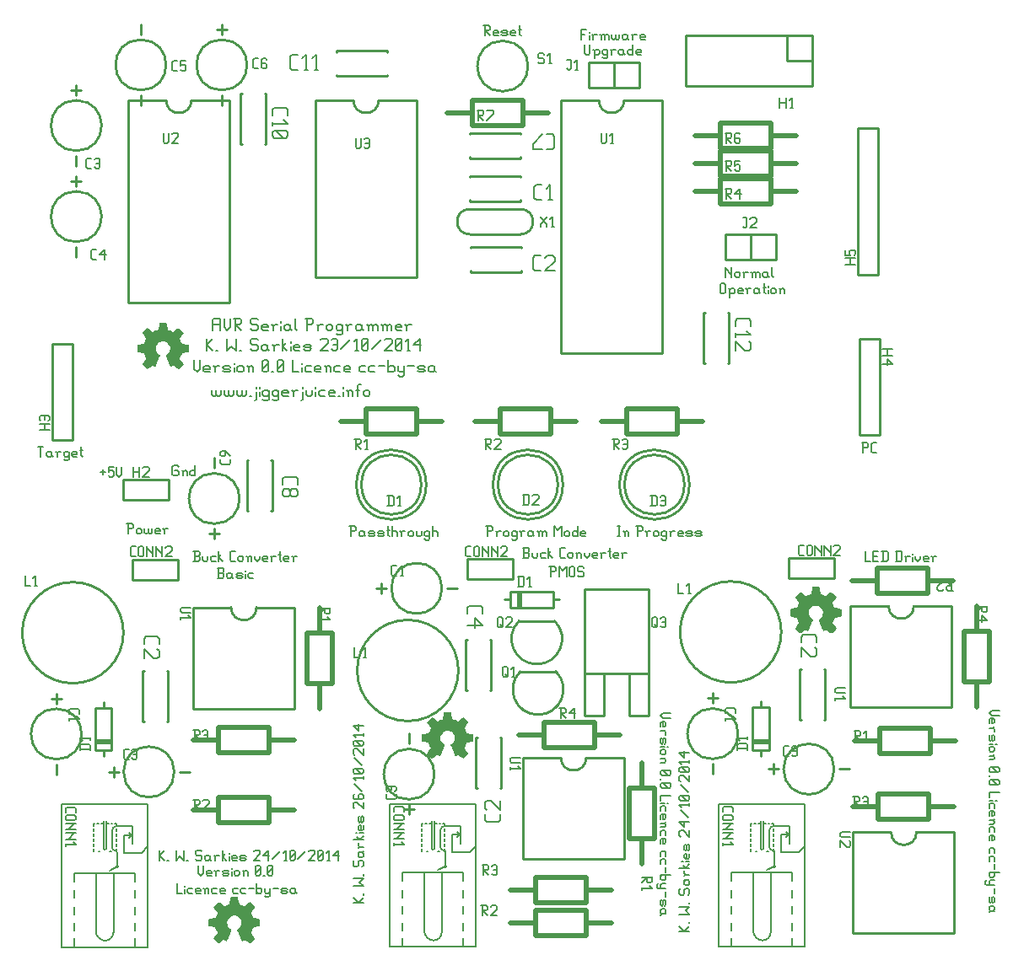
<source format=gto>
G04 start of page 9 for group -4079 idx -4079 *
G04 Title: (unknown), topsilk *
G04 Creator: pcb 20110918 *
G04 CreationDate: Sun 26 Oct 2014 13:14:07 GMT UTC *
G04 For: ksarkies *
G04 Format: Gerber/RS-274X *
G04 PCB-Dimensions: 390000 370000 *
G04 PCB-Coordinate-Origin: lower left *
%MOIN*%
%FSLAX25Y25*%
%LNTOPSILK*%
%ADD118C,0.0100*%
%ADD117C,0.0200*%
%ADD116C,0.0060*%
%ADD115C,0.0001*%
G54D115*G36*
X56977Y247514D02*X59554D01*
X59637Y247482D01*
X59684Y247406D01*
X59733Y247167D01*
X59777Y246945D01*
X60168Y244813D01*
X60215Y244725D01*
X60298Y244667D01*
X60401Y244623D01*
X61191Y244352D01*
X61941Y243994D01*
X61947D01*
X62034Y243956D01*
X62131Y243942D01*
X62229Y243973D01*
X64002Y245192D01*
X64193Y245317D01*
X64394Y245453D01*
X64480Y245478D01*
X64562Y245442D01*
X64893Y245112D01*
X65397Y244612D01*
X65555Y244449D01*
X66054Y243951D01*
X66216Y243794D01*
X66384Y243620D01*
X66423Y243535D01*
X66401Y243446D01*
X66265Y243245D01*
X66136Y243055D01*
X64947Y241319D01*
X64915Y241227D01*
X64930Y241130D01*
X64975Y241031D01*
X65658Y239425D01*
X65695Y239334D01*
X65758Y239256D01*
X65848Y239209D01*
X67887Y238828D01*
X68111Y238785D01*
X68354Y238742D01*
X68429Y238695D01*
X68458Y238612D01*
Y236035D01*
X68429Y235946D01*
X68354Y235899D01*
X68111Y235856D01*
X67887Y235813D01*
X65908Y235444D01*
X65820Y235396D01*
X65766Y235313D01*
X65738Y235253D01*
Y235242D01*
X65023Y233469D01*
X65018Y233457D01*
X65001Y233414D01*
X64984Y233313D01*
X65012Y233219D01*
X66141Y231587D01*
X66265Y231396D01*
X66406Y231195D01*
X66425Y231109D01*
X66384Y231027D01*
X66216Y230848D01*
X66054Y230691D01*
X64736Y229373D01*
X64562Y229205D01*
X64480Y229164D01*
X64394Y229182D01*
X64193Y229324D01*
X64002Y229448D01*
X62408Y230545D01*
X62309Y230574D01*
X62212Y230555D01*
X61881Y230371D01*
X61687Y230262D01*
X61340Y230084D01*
X61255Y230078D01*
X61193Y230138D01*
X61047Y230495D01*
X60959Y230702D01*
X59576Y234060D01*
X59488Y234266D01*
X59391Y234499D01*
X59387Y234594D01*
X59440Y234667D01*
X59663Y234798D01*
X59804Y234906D01*
X60340Y235352D01*
X60755Y235916D01*
X61022Y236575D01*
X61116Y237305D01*
X61058Y237880D01*
X60893Y238414D01*
X60630Y238899D01*
X60281Y239321D01*
X59861Y239670D01*
X59377Y239934D01*
X58843Y240099D01*
X58269Y240157D01*
X57694Y240099D01*
X57159Y239934D01*
X56676Y239670D01*
X56254Y239321D01*
X55906Y238899D01*
X55644Y238414D01*
X55479Y237880D01*
X55420Y237305D01*
X55513Y236575D01*
X55780Y235916D01*
X56194Y235352D01*
X56733Y234906D01*
X56869Y234798D01*
X57091Y234667D01*
X57145Y234594D01*
X57140Y234499D01*
X57043Y234266D01*
X56955Y234060D01*
X55572Y230702D01*
X55486Y230495D01*
X55338Y230138D01*
X55277Y230078D01*
X55193Y230084D01*
X54851Y230262D01*
X54650Y230371D01*
X54319Y230555D01*
X54220Y230574D01*
X54123Y230545D01*
X52529Y229448D01*
X52344Y229324D01*
X52138Y229182D01*
X52051Y229164D01*
X51969Y229205D01*
X51795Y229373D01*
X51638Y229535D01*
X51140Y230034D01*
X50977Y230192D01*
X50477Y230691D01*
X50315Y230848D01*
X50147Y231027D01*
X50108Y231109D01*
X50130Y231195D01*
X50266Y231396D01*
X50397Y231587D01*
X51519Y233219D01*
X51547Y233313D01*
X51530Y233414D01*
X51508Y233474D01*
X50798Y235248D01*
X50765Y235313D01*
X50711Y235396D01*
X50625Y235444D01*
X48644Y235813D01*
X48422Y235856D01*
X48183Y235899D01*
X48104Y235949D01*
X48075Y236035D01*
Y238612D01*
X48104Y238695D01*
X48183Y238742D01*
X48422Y238791D01*
X48644Y238828D01*
X50684Y239209D01*
X50773Y239256D01*
X50836Y239339D01*
X50873Y239425D01*
X51562Y241031D01*
X51601Y241130D01*
X51618Y241227D01*
X51590Y241319D01*
X50397Y243060D01*
X50266Y243245D01*
X50130Y243446D01*
X50108Y243535D01*
X50147Y243620D01*
X50315Y243794D01*
X50477Y243951D01*
X51969Y245442D01*
X52051Y245478D01*
X52138Y245459D01*
X52344Y245323D01*
X52529Y245192D01*
X54302Y243973D01*
X54400Y243944D01*
X54498Y243962D01*
X54584Y243994D01*
X54595Y243999D01*
X55341Y244353D01*
X56131Y244628D01*
X56234Y244667D01*
X56318Y244725D01*
X56363Y244813D01*
X56761Y246945D01*
X56798Y247167D01*
X56847Y247406D01*
X56894Y247482D01*
X56977Y247514D01*
G37*
G36*
X85177Y20414D02*X87754D01*
X87837Y20382D01*
X87884Y20306D01*
X87933Y20067D01*
X87977Y19845D01*
X88368Y17713D01*
X88415Y17625D01*
X88498Y17567D01*
X88601Y17523D01*
X89391Y17252D01*
X90141Y16894D01*
X90147D01*
X90234Y16856D01*
X90331Y16842D01*
X90429Y16873D01*
X92202Y18092D01*
X92393Y18217D01*
X92594Y18353D01*
X92680Y18378D01*
X92762Y18342D01*
X93093Y18012D01*
X93597Y17512D01*
X93755Y17349D01*
X94254Y16851D01*
X94416Y16694D01*
X94584Y16520D01*
X94623Y16435D01*
X94601Y16346D01*
X94465Y16145D01*
X94336Y15955D01*
X93147Y14219D01*
X93115Y14127D01*
X93130Y14030D01*
X93175Y13931D01*
X93858Y12325D01*
X93895Y12234D01*
X93958Y12156D01*
X94048Y12109D01*
X96087Y11728D01*
X96311Y11685D01*
X96554Y11642D01*
X96629Y11595D01*
X96658Y11512D01*
Y8935D01*
X96629Y8846D01*
X96554Y8799D01*
X96311Y8756D01*
X96087Y8713D01*
X94108Y8344D01*
X94020Y8296D01*
X93966Y8213D01*
X93938Y8153D01*
Y8142D01*
X93223Y6369D01*
X93218Y6357D01*
X93201Y6314D01*
X93184Y6213D01*
X93212Y6119D01*
X94341Y4487D01*
X94465Y4296D01*
X94606Y4095D01*
X94625Y4009D01*
X94584Y3927D01*
X94416Y3748D01*
X94254Y3591D01*
X92936Y2273D01*
X92762Y2105D01*
X92680Y2064D01*
X92594Y2082D01*
X92393Y2224D01*
X92202Y2348D01*
X90608Y3445D01*
X90509Y3474D01*
X90412Y3455D01*
X90081Y3271D01*
X89887Y3162D01*
X89540Y2984D01*
X89455Y2978D01*
X89393Y3038D01*
X89247Y3395D01*
X89159Y3602D01*
X87776Y6960D01*
X87688Y7166D01*
X87591Y7399D01*
X87587Y7494D01*
X87640Y7567D01*
X87863Y7698D01*
X88004Y7806D01*
X88540Y8252D01*
X88955Y8816D01*
X89222Y9475D01*
X89316Y10205D01*
X89258Y10780D01*
X89093Y11314D01*
X88830Y11799D01*
X88481Y12221D01*
X88061Y12570D01*
X87577Y12834D01*
X87043Y12999D01*
X86469Y13057D01*
X85894Y12999D01*
X85359Y12834D01*
X84876Y12570D01*
X84454Y12221D01*
X84106Y11799D01*
X83844Y11314D01*
X83679Y10780D01*
X83620Y10205D01*
X83713Y9475D01*
X83980Y8816D01*
X84394Y8252D01*
X84933Y7806D01*
X85069Y7698D01*
X85291Y7567D01*
X85345Y7494D01*
X85340Y7399D01*
X85243Y7166D01*
X85155Y6960D01*
X83772Y3602D01*
X83686Y3395D01*
X83538Y3038D01*
X83477Y2978D01*
X83393Y2984D01*
X83051Y3162D01*
X82850Y3271D01*
X82519Y3455D01*
X82420Y3474D01*
X82323Y3445D01*
X80729Y2348D01*
X80544Y2224D01*
X80338Y2082D01*
X80251Y2064D01*
X80169Y2105D01*
X79995Y2273D01*
X79838Y2435D01*
X79340Y2934D01*
X79177Y3092D01*
X78677Y3591D01*
X78515Y3748D01*
X78347Y3927D01*
X78308Y4009D01*
X78330Y4095D01*
X78466Y4296D01*
X78597Y4487D01*
X79719Y6119D01*
X79747Y6213D01*
X79730Y6314D01*
X79708Y6374D01*
X78998Y8148D01*
X78965Y8213D01*
X78911Y8296D01*
X78825Y8344D01*
X76844Y8713D01*
X76622Y8756D01*
X76383Y8799D01*
X76304Y8849D01*
X76275Y8935D01*
Y11512D01*
X76304Y11595D01*
X76383Y11642D01*
X76622Y11691D01*
X76844Y11728D01*
X78884Y12109D01*
X78973Y12156D01*
X79036Y12239D01*
X79073Y12325D01*
X79762Y13931D01*
X79801Y14030D01*
X79818Y14127D01*
X79790Y14219D01*
X78597Y15960D01*
X78466Y16145D01*
X78330Y16346D01*
X78308Y16435D01*
X78347Y16520D01*
X78515Y16694D01*
X78677Y16851D01*
X80169Y18342D01*
X80251Y18378D01*
X80338Y18359D01*
X80544Y18223D01*
X80729Y18092D01*
X82502Y16873D01*
X82600Y16844D01*
X82698Y16862D01*
X82784Y16894D01*
X82795Y16899D01*
X83541Y17253D01*
X84331Y17528D01*
X84434Y17567D01*
X84518Y17625D01*
X84563Y17713D01*
X84961Y19845D01*
X84998Y20067D01*
X85047Y20306D01*
X85094Y20382D01*
X85177Y20414D01*
G37*
G36*
X169477Y93514D02*X172054D01*
X172137Y93482D01*
X172184Y93406D01*
X172233Y93167D01*
X172277Y92945D01*
X172668Y90813D01*
X172715Y90725D01*
X172798Y90667D01*
X172901Y90623D01*
X173691Y90352D01*
X174441Y89994D01*
X174447D01*
X174534Y89956D01*
X174631Y89942D01*
X174729Y89973D01*
X176502Y91192D01*
X176693Y91317D01*
X176894Y91453D01*
X176980Y91478D01*
X177062Y91442D01*
X177393Y91112D01*
X177897Y90612D01*
X178055Y90449D01*
X178554Y89951D01*
X178716Y89794D01*
X178884Y89620D01*
X178923Y89535D01*
X178901Y89446D01*
X178765Y89245D01*
X178636Y89055D01*
X177447Y87319D01*
X177415Y87227D01*
X177430Y87130D01*
X177475Y87031D01*
X178158Y85425D01*
X178195Y85334D01*
X178258Y85256D01*
X178348Y85209D01*
X180387Y84828D01*
X180611Y84785D01*
X180854Y84742D01*
X180929Y84695D01*
X180958Y84612D01*
Y82035D01*
X180929Y81946D01*
X180854Y81899D01*
X180611Y81856D01*
X180387Y81813D01*
X178408Y81444D01*
X178320Y81396D01*
X178266Y81313D01*
X178238Y81253D01*
Y81242D01*
X177523Y79469D01*
X177518Y79457D01*
X177501Y79414D01*
X177484Y79313D01*
X177512Y79219D01*
X178641Y77587D01*
X178765Y77396D01*
X178906Y77195D01*
X178925Y77109D01*
X178884Y77027D01*
X178716Y76848D01*
X178554Y76691D01*
X177236Y75373D01*
X177062Y75205D01*
X176980Y75164D01*
X176894Y75182D01*
X176693Y75324D01*
X176502Y75448D01*
X174908Y76545D01*
X174809Y76574D01*
X174712Y76555D01*
X174381Y76371D01*
X174187Y76262D01*
X173840Y76084D01*
X173755Y76078D01*
X173693Y76138D01*
X173547Y76495D01*
X173459Y76702D01*
X172076Y80060D01*
X171988Y80266D01*
X171891Y80499D01*
X171887Y80594D01*
X171940Y80667D01*
X172163Y80798D01*
X172304Y80906D01*
X172840Y81352D01*
X173255Y81916D01*
X173522Y82575D01*
X173616Y83305D01*
X173558Y83880D01*
X173393Y84414D01*
X173130Y84899D01*
X172781Y85321D01*
X172361Y85670D01*
X171877Y85934D01*
X171343Y86099D01*
X170769Y86157D01*
X170194Y86099D01*
X169659Y85934D01*
X169176Y85670D01*
X168754Y85321D01*
X168406Y84899D01*
X168144Y84414D01*
X167979Y83880D01*
X167920Y83305D01*
X168013Y82575D01*
X168280Y81916D01*
X168694Y81352D01*
X169233Y80906D01*
X169369Y80798D01*
X169591Y80667D01*
X169645Y80594D01*
X169640Y80499D01*
X169543Y80266D01*
X169455Y80060D01*
X168072Y76702D01*
X167986Y76495D01*
X167838Y76138D01*
X167777Y76078D01*
X167693Y76084D01*
X167351Y76262D01*
X167150Y76371D01*
X166819Y76555D01*
X166720Y76574D01*
X166623Y76545D01*
X165029Y75448D01*
X164844Y75324D01*
X164638Y75182D01*
X164551Y75164D01*
X164469Y75205D01*
X164295Y75373D01*
X164138Y75535D01*
X163640Y76034D01*
X163477Y76192D01*
X162977Y76691D01*
X162815Y76848D01*
X162647Y77027D01*
X162608Y77109D01*
X162630Y77195D01*
X162766Y77396D01*
X162897Y77587D01*
X164019Y79219D01*
X164047Y79313D01*
X164030Y79414D01*
X164008Y79474D01*
X163298Y81248D01*
X163265Y81313D01*
X163211Y81396D01*
X163125Y81444D01*
X161144Y81813D01*
X160922Y81856D01*
X160683Y81899D01*
X160604Y81949D01*
X160575Y82035D01*
Y84612D01*
X160604Y84695D01*
X160683Y84742D01*
X160922Y84791D01*
X161144Y84828D01*
X163184Y85209D01*
X163273Y85256D01*
X163336Y85339D01*
X163373Y85425D01*
X164062Y87031D01*
X164101Y87130D01*
X164118Y87227D01*
X164090Y87319D01*
X162897Y89060D01*
X162766Y89245D01*
X162630Y89446D01*
X162608Y89535D01*
X162647Y89620D01*
X162815Y89794D01*
X162977Y89951D01*
X164469Y91442D01*
X164551Y91478D01*
X164638Y91459D01*
X164844Y91323D01*
X165029Y91192D01*
X166802Y89973D01*
X166900Y89944D01*
X166998Y89962D01*
X167084Y89994D01*
X167095Y89999D01*
X167841Y90353D01*
X168631Y90628D01*
X168734Y90667D01*
X168818Y90725D01*
X168863Y90813D01*
X169261Y92945D01*
X169298Y93167D01*
X169347Y93406D01*
X169394Y93482D01*
X169477Y93514D01*
G37*
G36*
X314977Y143014D02*X317554D01*
X317637Y142982D01*
X317684Y142906D01*
X317733Y142667D01*
X317777Y142445D01*
X318168Y140313D01*
X318215Y140225D01*
X318298Y140167D01*
X318401Y140123D01*
X319191Y139852D01*
X319941Y139494D01*
X319947D01*
X320034Y139456D01*
X320131Y139442D01*
X320229Y139473D01*
X322002Y140692D01*
X322193Y140817D01*
X322394Y140953D01*
X322480Y140978D01*
X322562Y140942D01*
X322893Y140612D01*
X323397Y140112D01*
X323555Y139949D01*
X324054Y139451D01*
X324216Y139294D01*
X324384Y139120D01*
X324423Y139035D01*
X324401Y138946D01*
X324265Y138745D01*
X324136Y138555D01*
X322947Y136819D01*
X322915Y136727D01*
X322930Y136630D01*
X322975Y136531D01*
X323658Y134925D01*
X323695Y134834D01*
X323758Y134756D01*
X323848Y134709D01*
X325887Y134328D01*
X326111Y134285D01*
X326354Y134242D01*
X326429Y134195D01*
X326458Y134112D01*
Y131535D01*
X326429Y131446D01*
X326354Y131399D01*
X326111Y131356D01*
X325887Y131313D01*
X323908Y130944D01*
X323820Y130896D01*
X323766Y130813D01*
X323738Y130753D01*
Y130742D01*
X323023Y128969D01*
X323018Y128957D01*
X323001Y128914D01*
X322984Y128813D01*
X323012Y128719D01*
X324141Y127087D01*
X324265Y126896D01*
X324406Y126695D01*
X324425Y126609D01*
X324384Y126527D01*
X324216Y126348D01*
X324054Y126191D01*
X322736Y124873D01*
X322562Y124705D01*
X322480Y124664D01*
X322394Y124682D01*
X322193Y124824D01*
X322002Y124948D01*
X320408Y126045D01*
X320309Y126074D01*
X320212Y126055D01*
X319881Y125871D01*
X319687Y125762D01*
X319340Y125584D01*
X319255Y125578D01*
X319193Y125638D01*
X319047Y125995D01*
X318959Y126202D01*
X317576Y129560D01*
X317488Y129766D01*
X317391Y129999D01*
X317387Y130094D01*
X317440Y130167D01*
X317663Y130298D01*
X317804Y130406D01*
X318340Y130852D01*
X318755Y131416D01*
X319022Y132075D01*
X319116Y132805D01*
X319058Y133380D01*
X318893Y133914D01*
X318630Y134399D01*
X318281Y134821D01*
X317861Y135170D01*
X317377Y135434D01*
X316843Y135599D01*
X316269Y135657D01*
X315694Y135599D01*
X315159Y135434D01*
X314676Y135170D01*
X314254Y134821D01*
X313906Y134399D01*
X313644Y133914D01*
X313479Y133380D01*
X313420Y132805D01*
X313513Y132075D01*
X313780Y131416D01*
X314194Y130852D01*
X314733Y130406D01*
X314869Y130298D01*
X315091Y130167D01*
X315145Y130094D01*
X315140Y129999D01*
X315043Y129766D01*
X314955Y129560D01*
X313572Y126202D01*
X313486Y125995D01*
X313338Y125638D01*
X313277Y125578D01*
X313193Y125584D01*
X312851Y125762D01*
X312650Y125871D01*
X312319Y126055D01*
X312220Y126074D01*
X312123Y126045D01*
X310529Y124948D01*
X310344Y124824D01*
X310138Y124682D01*
X310051Y124664D01*
X309969Y124705D01*
X309795Y124873D01*
X309638Y125035D01*
X309140Y125534D01*
X308977Y125692D01*
X308477Y126191D01*
X308315Y126348D01*
X308147Y126527D01*
X308108Y126609D01*
X308130Y126695D01*
X308266Y126896D01*
X308397Y127087D01*
X309519Y128719D01*
X309547Y128813D01*
X309530Y128914D01*
X309508Y128974D01*
X308798Y130748D01*
X308765Y130813D01*
X308711Y130896D01*
X308625Y130944D01*
X306644Y131313D01*
X306422Y131356D01*
X306183Y131399D01*
X306104Y131449D01*
X306075Y131535D01*
Y134112D01*
X306104Y134195D01*
X306183Y134242D01*
X306422Y134291D01*
X306644Y134328D01*
X308684Y134709D01*
X308773Y134756D01*
X308836Y134839D01*
X308873Y134925D01*
X309562Y136531D01*
X309601Y136630D01*
X309618Y136727D01*
X309590Y136819D01*
X308397Y138560D01*
X308266Y138745D01*
X308130Y138946D01*
X308108Y139035D01*
X308147Y139120D01*
X308315Y139294D01*
X308477Y139451D01*
X309969Y140942D01*
X310051Y140978D01*
X310138Y140959D01*
X310344Y140823D01*
X310529Y140692D01*
X312302Y139473D01*
X312400Y139444D01*
X312498Y139462D01*
X312584Y139494D01*
X312595Y139499D01*
X313341Y139853D01*
X314131Y140128D01*
X314234Y140167D01*
X314318Y140225D01*
X314363Y140313D01*
X314761Y142445D01*
X314798Y142667D01*
X314847Y142906D01*
X314894Y142982D01*
X314977Y143014D01*
G37*
G54D116*X33500Y188500D02*X35500D01*
X34500Y189500D02*Y187500D01*
X36700Y190500D02*X38700D01*
X36700D02*Y188500D01*
X37200Y189000D01*
X38200D01*
X38700Y188500D01*
Y187000D01*
X38200Y186500D02*X38700Y187000D01*
X37200Y186500D02*X38200D01*
X36700Y187000D02*X37200Y186500D01*
X39900Y190500D02*Y187500D01*
X40900Y186500D01*
X41900Y187500D01*
Y190500D02*Y187500D01*
X70200Y153200D02*X72200D01*
X72700Y153700D01*
Y154700D02*Y153700D01*
X72200Y155200D02*X72700Y154700D01*
X70700Y155200D02*X72200D01*
X70700Y157200D02*Y153200D01*
X70200Y157200D02*X72200D01*
X72700Y156700D01*
Y155700D01*
X72200Y155200D02*X72700Y155700D01*
X73900Y155200D02*Y153700D01*
X74400Y153200D01*
X75400D01*
X75900Y153700D01*
Y155200D02*Y153700D01*
X77600Y155200D02*X79100D01*
X77100Y154700D02*X77600Y155200D01*
X77100Y154700D02*Y153700D01*
X77600Y153200D01*
X79100D01*
X80300Y157200D02*Y153200D01*
Y154700D02*X81800Y153200D01*
X80300Y154700D02*X81300Y155700D01*
X85300Y153200D02*X86800D01*
X84800Y153700D02*X85300Y153200D01*
X84800Y156700D02*Y153700D01*
Y156700D02*X85300Y157200D01*
X86800D01*
X88000Y154700D02*Y153700D01*
Y154700D02*X88500Y155200D01*
X89500D01*
X90000Y154700D01*
Y153700D01*
X89500Y153200D02*X90000Y153700D01*
X88500Y153200D02*X89500D01*
X88000Y153700D02*X88500Y153200D01*
X91700Y154700D02*Y153200D01*
Y154700D02*X92200Y155200D01*
X92700D01*
X93200Y154700D01*
Y153200D01*
X91200Y155200D02*X91700Y154700D01*
X94400Y155200D02*Y154200D01*
X95400Y153200D01*
X96400Y154200D01*
Y155200D02*Y154200D01*
X98100Y153200D02*X99600D01*
X97600Y153700D02*X98100Y153200D01*
X97600Y154700D02*Y153700D01*
Y154700D02*X98100Y155200D01*
X99100D01*
X99600Y154700D01*
X97600Y154200D02*X99600D01*
Y154700D02*Y154200D01*
X101300Y154700D02*Y153200D01*
Y154700D02*X101800Y155200D01*
X102800D01*
X100800D02*X101300Y154700D01*
X104500Y157200D02*Y153700D01*
X105000Y153200D01*
X104000Y155700D02*X105000D01*
X106500Y153200D02*X108000D01*
X106000Y153700D02*X106500Y153200D01*
X106000Y154700D02*Y153700D01*
Y154700D02*X106500Y155200D01*
X107500D01*
X108000Y154700D01*
X106000Y154200D02*X108000D01*
Y154700D02*Y154200D01*
X109700Y154700D02*Y153200D01*
Y154700D02*X110200Y155200D01*
X111200D01*
X109200D02*X109700Y154700D01*
X79800Y146500D02*X81800D01*
X82300Y147000D01*
Y148000D02*Y147000D01*
X81800Y148500D02*X82300Y148000D01*
X80300Y148500D02*X81800D01*
X80300Y150500D02*Y146500D01*
X79800Y150500D02*X81800D01*
X82300Y150000D01*
Y149000D01*
X81800Y148500D02*X82300Y149000D01*
X85000Y148500D02*X85500Y148000D01*
X84000Y148500D02*X85000D01*
X83500Y148000D02*X84000Y148500D01*
X83500Y148000D02*Y147000D01*
X84000Y146500D01*
X85500Y148500D02*Y147000D01*
X86000Y146500D01*
X84000D02*X85000D01*
X85500Y147000D01*
X87700Y146500D02*X89200D01*
X89700Y147000D01*
X89200Y147500D02*X89700Y147000D01*
X87700Y147500D02*X89200D01*
X87200Y148000D02*X87700Y147500D01*
X87200Y148000D02*X87700Y148500D01*
X89200D01*
X89700Y148000D01*
X87200Y147000D02*X87700Y146500D01*
X90900Y149500D02*Y149000D01*
Y148000D02*Y146500D01*
X92400Y148500D02*X93900D01*
X91900Y148000D02*X92400Y148500D01*
X91900Y148000D02*Y147000D01*
X92400Y146500D01*
X93900D01*
X9000Y198500D02*X11000D01*
X10000D02*Y194500D01*
X13700Y196500D02*X14200Y196000D01*
X12700Y196500D02*X13700D01*
X12200Y196000D02*X12700Y196500D01*
X12200Y196000D02*Y195000D01*
X12700Y194500D01*
X14200Y196500D02*Y195000D01*
X14700Y194500D01*
X12700D02*X13700D01*
X14200Y195000D01*
X16400Y196000D02*Y194500D01*
Y196000D02*X16900Y196500D01*
X17900D01*
X15900D02*X16400Y196000D01*
X20600Y196500D02*X21100Y196000D01*
X19600Y196500D02*X20600D01*
X19100Y196000D02*X19600Y196500D01*
X19100Y196000D02*Y195000D01*
X19600Y194500D01*
X20600D01*
X21100Y195000D01*
X19100Y193500D02*X19600Y193000D01*
X20600D01*
X21100Y193500D01*
Y196500D02*Y193500D01*
X22800Y194500D02*X24300D01*
X22300Y195000D02*X22800Y194500D01*
X22300Y196000D02*Y195000D01*
Y196000D02*X22800Y196500D01*
X23800D01*
X24300Y196000D01*
X22300Y195500D02*X24300D01*
Y196000D02*Y195500D01*
X26000Y198500D02*Y195000D01*
X26500Y194500D01*
X25500Y197000D02*X26500D01*
X56700Y38900D02*Y34900D01*
Y36900D02*X58700Y38900D01*
X56700Y36900D02*X58700Y34900D01*
X59900D02*X60400D01*
X63400Y38900D02*Y34900D01*
X64900Y36400D01*
X66400Y34900D01*
Y38900D02*Y34900D01*
X67600D02*X68100D01*
X73100Y38900D02*X73600Y38400D01*
X71600Y38900D02*X73100D01*
X71100Y38400D02*X71600Y38900D01*
X71100Y38400D02*Y37400D01*
X71600Y36900D01*
X73100D01*
X73600Y36400D01*
Y35400D01*
X73100Y34900D02*X73600Y35400D01*
X71600Y34900D02*X73100D01*
X71100Y35400D02*X71600Y34900D01*
X76300Y36900D02*X76800Y36400D01*
X75300Y36900D02*X76300D01*
X74800Y36400D02*X75300Y36900D01*
X74800Y36400D02*Y35400D01*
X75300Y34900D01*
X76800Y36900D02*Y35400D01*
X77300Y34900D01*
X75300D02*X76300D01*
X76800Y35400D01*
X79000Y36400D02*Y34900D01*
Y36400D02*X79500Y36900D01*
X80500D01*
X78500D02*X79000Y36400D01*
X81700Y38900D02*Y34900D01*
Y36400D02*X83200Y34900D01*
X81700Y36400D02*X82700Y37400D01*
X84400Y37900D02*Y37400D01*
Y36400D02*Y34900D01*
X85900D02*X87400D01*
X85400Y35400D02*X85900Y34900D01*
X85400Y36400D02*Y35400D01*
Y36400D02*X85900Y36900D01*
X86900D01*
X87400Y36400D01*
X85400Y35900D02*X87400D01*
Y36400D02*Y35900D01*
X89100Y34900D02*X90600D01*
X91100Y35400D01*
X90600Y35900D02*X91100Y35400D01*
X89100Y35900D02*X90600D01*
X88600Y36400D02*X89100Y35900D01*
X88600Y36400D02*X89100Y36900D01*
X90600D01*
X91100Y36400D01*
X88600Y35400D02*X89100Y34900D01*
X94100Y38400D02*X94600Y38900D01*
X96100D01*
X96600Y38400D01*
Y37400D01*
X94100Y34900D02*X96600Y37400D01*
X94100Y34900D02*X96600D01*
X97800Y36900D02*X99800Y38900D01*
X97800Y36900D02*X100300D01*
X99800Y38900D02*Y34900D01*
X101500Y35400D02*X104500Y38400D01*
X106200Y34900D02*X107200D01*
X106700Y38900D02*Y34900D01*
X105700Y37900D02*X106700Y38900D01*
X108400Y35400D02*X108900Y34900D01*
X108400Y38400D02*Y35400D01*
Y38400D02*X108900Y38900D01*
X109900D01*
X110400Y38400D01*
Y35400D01*
X109900Y34900D02*X110400Y35400D01*
X108900Y34900D02*X109900D01*
X108400Y35900D02*X110400Y37900D01*
X111600Y35400D02*X114600Y38400D01*
X115800D02*X116300Y38900D01*
X117800D01*
X118300Y38400D01*
Y37400D01*
X115800Y34900D02*X118300Y37400D01*
X115800Y34900D02*X118300D01*
X119500Y35400D02*X120000Y34900D01*
X119500Y38400D02*Y35400D01*
Y38400D02*X120000Y38900D01*
X121000D01*
X121500Y38400D01*
Y35400D01*
X121000Y34900D02*X121500Y35400D01*
X120000Y34900D02*X121000D01*
X119500Y35900D02*X121500Y37900D01*
X123200Y34900D02*X124200D01*
X123700Y38900D02*Y34900D01*
X122700Y37900D02*X123700Y38900D01*
X125400Y36900D02*X127400Y38900D01*
X125400Y36900D02*X127900D01*
X127400Y38900D02*Y34900D01*
X72200Y32900D02*Y29900D01*
X73200Y28900D01*
X74200Y29900D01*
Y32900D02*Y29900D01*
X75900Y28900D02*X77400D01*
X75400Y29400D02*X75900Y28900D01*
X75400Y30400D02*Y29400D01*
Y30400D02*X75900Y30900D01*
X76900D01*
X77400Y30400D01*
X75400Y29900D02*X77400D01*
Y30400D02*Y29900D01*
X79100Y30400D02*Y28900D01*
Y30400D02*X79600Y30900D01*
X80600D01*
X78600D02*X79100Y30400D01*
X82300Y28900D02*X83800D01*
X84300Y29400D01*
X83800Y29900D02*X84300Y29400D01*
X82300Y29900D02*X83800D01*
X81800Y30400D02*X82300Y29900D01*
X81800Y30400D02*X82300Y30900D01*
X83800D01*
X84300Y30400D01*
X81800Y29400D02*X82300Y28900D01*
X85500Y31900D02*Y31400D01*
Y30400D02*Y28900D01*
X86500Y30400D02*Y29400D01*
Y30400D02*X87000Y30900D01*
X88000D01*
X88500Y30400D01*
Y29400D01*
X88000Y28900D02*X88500Y29400D01*
X87000Y28900D02*X88000D01*
X86500Y29400D02*X87000Y28900D01*
X90200Y30400D02*Y28900D01*
Y30400D02*X90700Y30900D01*
X91200D01*
X91700Y30400D01*
Y28900D01*
X89700Y30900D02*X90200Y30400D01*
X94700Y29400D02*X95200Y28900D01*
X94700Y32400D02*Y29400D01*
Y32400D02*X95200Y32900D01*
X96200D01*
X96700Y32400D01*
Y29400D01*
X96200Y28900D02*X96700Y29400D01*
X95200Y28900D02*X96200D01*
X94700Y29900D02*X96700Y31900D01*
X97900Y28900D02*X98400D01*
X99600Y29400D02*X100100Y28900D01*
X99600Y32400D02*Y29400D01*
Y32400D02*X100100Y32900D01*
X101100D01*
X101600Y32400D01*
Y29400D01*
X101100Y28900D02*X101600Y29400D01*
X100100Y28900D02*X101100D01*
X99600Y29900D02*X101600Y31900D01*
X63700Y25900D02*Y21900D01*
X65700D01*
X66900Y24900D02*Y24400D01*
Y23400D02*Y21900D01*
X68400Y23900D02*X69900D01*
X67900Y23400D02*X68400Y23900D01*
X67900Y23400D02*Y22400D01*
X68400Y21900D01*
X69900D01*
X71600D02*X73100D01*
X71100Y22400D02*X71600Y21900D01*
X71100Y23400D02*Y22400D01*
Y23400D02*X71600Y23900D01*
X72600D01*
X73100Y23400D01*
X71100Y22900D02*X73100D01*
Y23400D02*Y22900D01*
X74800Y23400D02*Y21900D01*
Y23400D02*X75300Y23900D01*
X75800D01*
X76300Y23400D01*
Y21900D01*
X74300Y23900D02*X74800Y23400D01*
X78000Y23900D02*X79500D01*
X77500Y23400D02*X78000Y23900D01*
X77500Y23400D02*Y22400D01*
X78000Y21900D01*
X79500D01*
X81200D02*X82700D01*
X80700Y22400D02*X81200Y21900D01*
X80700Y23400D02*Y22400D01*
Y23400D02*X81200Y23900D01*
X82200D01*
X82700Y23400D01*
X80700Y22900D02*X82700D01*
Y23400D02*Y22900D01*
X86200Y23900D02*X87700D01*
X85700Y23400D02*X86200Y23900D01*
X85700Y23400D02*Y22400D01*
X86200Y21900D01*
X87700D01*
X89400Y23900D02*X90900D01*
X88900Y23400D02*X89400Y23900D01*
X88900Y23400D02*Y22400D01*
X89400Y21900D01*
X90900D01*
X92100Y23900D02*X94100D01*
X95300Y25900D02*Y21900D01*
Y22400D02*X95800Y21900D01*
X96800D01*
X97300Y22400D01*
Y23400D02*Y22400D01*
X96800Y23900D02*X97300Y23400D01*
X95800Y23900D02*X96800D01*
X95300Y23400D02*X95800Y23900D01*
X98500D02*Y22400D01*
X99000Y21900D01*
X100500Y23900D02*Y20900D01*
X100000Y20400D02*X100500Y20900D01*
X99000Y20400D02*X100000D01*
X98500Y20900D02*X99000Y20400D01*
Y21900D02*X100000D01*
X100500Y22400D01*
X101700Y23900D02*X103700D01*
X105400Y21900D02*X106900D01*
X107400Y22400D01*
X106900Y22900D02*X107400Y22400D01*
X105400Y22900D02*X106900D01*
X104900Y23400D02*X105400Y22900D01*
X104900Y23400D02*X105400Y23900D01*
X106900D01*
X107400Y23400D01*
X104900Y22400D02*X105400Y21900D01*
X110100Y23900D02*X110600Y23400D01*
X109100Y23900D02*X110100D01*
X108600Y23400D02*X109100Y23900D01*
X108600Y23400D02*Y22400D01*
X109100Y21900D01*
X110600Y23900D02*Y22400D01*
X111100Y21900D01*
X109100D02*X110100D01*
X110600Y22400D01*
X133500Y18000D02*X137500D01*
X135500D02*X133500Y20000D01*
X135500Y18000D02*X137500Y20000D01*
Y21700D02*Y21200D01*
X133500Y24700D02*X137500D01*
X136000Y26200D01*
X137500Y27700D01*
X133500D02*X137500D01*
Y29400D02*Y28900D01*
X133500Y34400D02*X134000Y34900D01*
X133500Y34400D02*Y32900D01*
X134000Y32400D02*X133500Y32900D01*
X134000Y32400D02*X135000D01*
X135500Y32900D01*
Y34400D02*Y32900D01*
Y34400D02*X136000Y34900D01*
X137000D01*
X137500Y34400D02*X137000Y34900D01*
X137500Y34400D02*Y32900D01*
X137000Y32400D02*X137500Y32900D01*
X135500Y37600D02*X136000Y38100D01*
X135500Y37600D02*Y36600D01*
X136000Y36100D02*X135500Y36600D01*
X136000Y36100D02*X137000D01*
X137500Y36600D01*
X135500Y38100D02*X137000D01*
X137500Y38600D01*
Y37600D02*Y36600D01*
Y37600D02*X137000Y38100D01*
X136000Y40300D02*X137500D01*
X136000D02*X135500Y40800D01*
Y41800D02*Y40800D01*
Y39800D02*X136000Y40300D01*
X133500Y43000D02*X137500D01*
X136000D02*X137500Y44500D01*
X136000Y43000D02*X135000Y44000D01*
X134500Y45700D02*X135000D01*
X136000D02*X137500D01*
Y48700D02*Y47200D01*
X137000Y46700D02*X137500Y47200D01*
X136000Y46700D02*X137000D01*
X136000D02*X135500Y47200D01*
Y48200D02*Y47200D01*
Y48200D02*X136000Y48700D01*
X136500D02*Y46700D01*
X136000Y48700D02*X136500D01*
X137500Y51900D02*Y50400D01*
Y51900D02*X137000Y52400D01*
X136500Y51900D02*X137000Y52400D01*
X136500Y51900D02*Y50400D01*
X136000Y49900D02*X136500Y50400D01*
X136000Y49900D02*X135500Y50400D01*
Y51900D02*Y50400D01*
Y51900D02*X136000Y52400D01*
X137000Y49900D02*X137500Y50400D01*
X134000Y55400D02*X133500Y55900D01*
Y57400D02*Y55900D01*
Y57400D02*X134000Y57900D01*
X135000D01*
X137500Y55400D02*X135000Y57900D01*
X137500D02*Y55400D01*
X133500Y60600D02*X134000Y61100D01*
X133500Y60600D02*Y59600D01*
X134000Y59100D02*X133500Y59600D01*
X134000Y59100D02*X137000D01*
X137500Y59600D01*
X135500Y60600D02*X136000Y61100D01*
X135500Y60600D02*Y59100D01*
X137500Y60600D02*Y59600D01*
Y60600D02*X137000Y61100D01*
X136000D02*X137000D01*
Y62300D02*X134000Y65300D01*
X137500Y68000D02*Y67000D01*
X133500Y67500D02*X137500D01*
X134500Y66500D02*X133500Y67500D01*
X137000Y69200D02*X137500Y69700D01*
X134000Y69200D02*X137000D01*
X134000D02*X133500Y69700D01*
Y70700D02*Y69700D01*
Y70700D02*X134000Y71200D01*
X137000D01*
X137500Y70700D02*X137000Y71200D01*
X137500Y70700D02*Y69700D01*
X136500Y69200D02*X134500Y71200D01*
X137000Y72400D02*X134000Y75400D01*
Y76600D02*X133500Y77100D01*
Y78600D02*Y77100D01*
Y78600D02*X134000Y79100D01*
X135000D01*
X137500Y76600D02*X135000Y79100D01*
X137500D02*Y76600D01*
X137000Y80300D02*X137500Y80800D01*
X134000Y80300D02*X137000D01*
X134000D02*X133500Y80800D01*
Y81800D02*Y80800D01*
Y81800D02*X134000Y82300D01*
X137000D01*
X137500Y81800D02*X137000Y82300D01*
X137500Y81800D02*Y80800D01*
X136500Y80300D02*X134500Y82300D01*
X137500Y85000D02*Y84000D01*
X133500Y84500D02*X137500D01*
X134500Y83500D02*X133500Y84500D01*
X135500Y86200D02*X133500Y88200D01*
X135500Y88700D02*Y86200D01*
X133500Y88200D02*X137500D01*
X256000Y93000D02*X259000D01*
X256000D02*X255000Y92000D01*
X256000Y91000D01*
X259000D01*
X255000Y89300D02*Y87800D01*
X255500Y89800D02*X255000Y89300D01*
X255500Y89800D02*X256500D01*
X257000Y89300D01*
Y88300D01*
X256500Y87800D01*
X256000Y89800D02*Y87800D01*
X256500D01*
X255000Y86100D02*X256500D01*
X257000Y85600D01*
Y84600D01*
Y86600D02*X256500Y86100D01*
X255000Y82900D02*Y81400D01*
X255500Y80900D01*
X256000Y81400D02*X255500Y80900D01*
X256000Y82900D02*Y81400D01*
X256500Y83400D02*X256000Y82900D01*
X256500Y83400D02*X257000Y82900D01*
Y81400D01*
X256500Y80900D01*
X255500Y83400D02*X255000Y82900D01*
X257500Y79700D02*X258000D01*
X255000D02*X256500D01*
X255500Y78700D02*X256500D01*
X257000Y78200D01*
Y77200D01*
X256500Y76700D01*
X255500D02*X256500D01*
X255000Y77200D02*X255500Y76700D01*
X255000Y78200D02*Y77200D01*
X255500Y78700D02*X255000Y78200D01*
Y75000D02*X256500D01*
X257000Y74500D01*
Y74000D01*
X256500Y73500D01*
X255000D02*X256500D01*
X257000Y75500D02*X256500Y75000D01*
X255500Y70500D02*X255000Y70000D01*
X255500Y70500D02*X258500D01*
X259000Y70000D01*
Y69000D01*
X258500Y68500D01*
X255500D02*X258500D01*
X255000Y69000D02*X255500Y68500D01*
X255000Y70000D02*Y69000D01*
X256000Y70500D02*X258000Y68500D01*
X255000Y67300D02*Y66800D01*
X255500Y65600D02*X255000Y65100D01*
X255500Y65600D02*X258500D01*
X259000Y65100D01*
Y64100D01*
X258500Y63600D01*
X255500D02*X258500D01*
X255000Y64100D02*X255500Y63600D01*
X255000Y65100D02*Y64100D01*
X256000Y65600D02*X258000Y63600D01*
X255000Y60600D02*X259000D01*
X255000D02*Y58600D01*
X257500Y57400D02*X258000D01*
X255000D02*X256500D01*
X257000Y55900D02*Y54400D01*
X256500Y56400D02*X257000Y55900D01*
X255500Y56400D02*X256500D01*
X255500D02*X255000Y55900D01*
Y54400D01*
Y52700D02*Y51200D01*
X255500Y53200D02*X255000Y52700D01*
X255500Y53200D02*X256500D01*
X257000Y52700D01*
Y51700D01*
X256500Y51200D01*
X256000Y53200D02*Y51200D01*
X256500D01*
X255000Y49500D02*X256500D01*
X257000Y49000D01*
Y48500D01*
X256500Y48000D01*
X255000D02*X256500D01*
X257000Y50000D02*X256500Y49500D01*
X257000Y46300D02*Y44800D01*
X256500Y46800D02*X257000Y46300D01*
X255500Y46800D02*X256500D01*
X255500D02*X255000Y46300D01*
Y44800D01*
Y43100D02*Y41600D01*
X255500Y43600D02*X255000Y43100D01*
X255500Y43600D02*X256500D01*
X257000Y43100D01*
Y42100D01*
X256500Y41600D01*
X256000Y43600D02*Y41600D01*
X256500D01*
X257000Y38100D02*Y36600D01*
X256500Y38600D02*X257000Y38100D01*
X255500Y38600D02*X256500D01*
X255500D02*X255000Y38100D01*
Y36600D01*
X257000Y34900D02*Y33400D01*
X256500Y35400D02*X257000Y34900D01*
X255500Y35400D02*X256500D01*
X255500D02*X255000Y34900D01*
Y33400D01*
X257000Y32200D02*Y30200D01*
X255000Y29000D02*X259000D01*
X255500D02*X255000Y28500D01*
Y27500D01*
X255500Y27000D01*
X256500D01*
X257000Y27500D02*X256500Y27000D01*
X257000Y28500D02*Y27500D01*
X256500Y29000D02*X257000Y28500D01*
X255500Y25800D02*X257000D01*
X255500D02*X255000Y25300D01*
X254000Y23800D02*X257000D01*
X253500Y24300D02*X254000Y23800D01*
X253500Y25300D02*Y24300D01*
X254000Y25800D02*X253500Y25300D01*
X255000D02*Y24300D01*
X255500Y23800D01*
X257000Y22600D02*Y20600D01*
X255000Y18900D02*Y17400D01*
X255500Y16900D01*
X256000Y17400D02*X255500Y16900D01*
X256000Y18900D02*Y17400D01*
X256500Y19400D02*X256000Y18900D01*
X256500Y19400D02*X257000Y18900D01*
Y17400D01*
X256500Y16900D01*
X255500Y19400D02*X255000Y18900D01*
X257000Y14200D02*X256500Y13700D01*
X257000Y15200D02*Y14200D01*
X256500Y15700D02*X257000Y15200D01*
X255500Y15700D02*X256500D01*
X255500D02*X255000Y15200D01*
X255500Y13700D02*X257000D01*
X255500D02*X255000Y13200D01*
Y15200D02*Y14200D01*
X255500Y13700D01*
X262200Y6900D02*X266200D01*
X264200D02*X262200Y8900D01*
X264200Y6900D02*X266200Y8900D01*
Y10600D02*Y10100D01*
X262200Y13600D02*X266200D01*
X264700Y15100D01*
X266200Y16600D01*
X262200D02*X266200D01*
Y18300D02*Y17800D01*
X262200Y23300D02*X262700Y23800D01*
X262200Y23300D02*Y21800D01*
X262700Y21300D02*X262200Y21800D01*
X262700Y21300D02*X263700D01*
X264200Y21800D01*
Y23300D02*Y21800D01*
Y23300D02*X264700Y23800D01*
X265700D01*
X266200Y23300D02*X265700Y23800D01*
X266200Y23300D02*Y21800D01*
X265700Y21300D02*X266200Y21800D01*
X264200Y26500D02*X264700Y27000D01*
X264200Y26500D02*Y25500D01*
X264700Y25000D02*X264200Y25500D01*
X264700Y25000D02*X265700D01*
X266200Y25500D01*
X264200Y27000D02*X265700D01*
X266200Y27500D01*
Y26500D02*Y25500D01*
Y26500D02*X265700Y27000D01*
X264700Y29200D02*X266200D01*
X264700D02*X264200Y29700D01*
Y30700D02*Y29700D01*
Y28700D02*X264700Y29200D01*
X262200Y31900D02*X266200D01*
X264700D02*X266200Y33400D01*
X264700Y31900D02*X263700Y32900D01*
X263200Y34600D02*X263700D01*
X264700D02*X266200D01*
Y37600D02*Y36100D01*
X265700Y35600D02*X266200Y36100D01*
X264700Y35600D02*X265700D01*
X264700D02*X264200Y36100D01*
Y37100D02*Y36100D01*
Y37100D02*X264700Y37600D01*
X265200D02*Y35600D01*
X264700Y37600D02*X265200D01*
X266200Y40800D02*Y39300D01*
Y40800D02*X265700Y41300D01*
X265200Y40800D02*X265700Y41300D01*
X265200Y40800D02*Y39300D01*
X264700Y38800D02*X265200Y39300D01*
X264700Y38800D02*X264200Y39300D01*
Y40800D02*Y39300D01*
Y40800D02*X264700Y41300D01*
X265700Y38800D02*X266200Y39300D01*
X262700Y44300D02*X262200Y44800D01*
Y46300D02*Y44800D01*
Y46300D02*X262700Y46800D01*
X263700D01*
X266200Y44300D02*X263700Y46800D01*
X266200D02*Y44300D01*
X264200Y48000D02*X262200Y50000D01*
X264200Y50500D02*Y48000D01*
X262200Y50000D02*X266200D01*
X265700Y51700D02*X262700Y54700D01*
X266200Y57400D02*Y56400D01*
X262200Y56900D02*X266200D01*
X263200Y55900D02*X262200Y56900D01*
X265700Y58600D02*X266200Y59100D01*
X262700Y58600D02*X265700D01*
X262700D02*X262200Y59100D01*
Y60100D02*Y59100D01*
Y60100D02*X262700Y60600D01*
X265700D01*
X266200Y60100D02*X265700Y60600D01*
X266200Y60100D02*Y59100D01*
X265200Y58600D02*X263200Y60600D01*
X265700Y61800D02*X262700Y64800D01*
Y66000D02*X262200Y66500D01*
Y68000D02*Y66500D01*
Y68000D02*X262700Y68500D01*
X263700D01*
X266200Y66000D02*X263700Y68500D01*
X266200D02*Y66000D01*
X265700Y69700D02*X266200Y70200D01*
X262700Y69700D02*X265700D01*
X262700D02*X262200Y70200D01*
Y71200D02*Y70200D01*
Y71200D02*X262700Y71700D01*
X265700D01*
X266200Y71200D02*X265700Y71700D01*
X266200Y71200D02*Y70200D01*
X265200Y69700D02*X263200Y71700D01*
X266200Y74400D02*Y73400D01*
X262200Y73900D02*X266200D01*
X263200Y72900D02*X262200Y73900D01*
X264200Y75600D02*X262200Y77600D01*
X264200Y78100D02*Y75600D01*
X262200Y77600D02*X266200D01*
X385800Y94200D02*X388800D01*
X385800D02*X384800Y93200D01*
X385800Y92200D01*
X388800D01*
X384800Y90500D02*Y89000D01*
X385300Y91000D02*X384800Y90500D01*
X385300Y91000D02*X386300D01*
X386800Y90500D01*
Y89500D01*
X386300Y89000D01*
X385800Y91000D02*Y89000D01*
X386300D01*
X384800Y87300D02*X386300D01*
X386800Y86800D01*
Y85800D01*
Y87800D02*X386300Y87300D01*
X384800Y84100D02*Y82600D01*
X385300Y82100D01*
X385800Y82600D02*X385300Y82100D01*
X385800Y84100D02*Y82600D01*
X386300Y84600D02*X385800Y84100D01*
X386300Y84600D02*X386800Y84100D01*
Y82600D01*
X386300Y82100D01*
X385300Y84600D02*X384800Y84100D01*
X387300Y80900D02*X387800D01*
X384800D02*X386300D01*
X385300Y79900D02*X386300D01*
X386800Y79400D01*
Y78400D01*
X386300Y77900D01*
X385300D02*X386300D01*
X384800Y78400D02*X385300Y77900D01*
X384800Y79400D02*Y78400D01*
X385300Y79900D02*X384800Y79400D01*
Y76200D02*X386300D01*
X386800Y75700D01*
Y75200D01*
X386300Y74700D01*
X384800D02*X386300D01*
X386800Y76700D02*X386300Y76200D01*
X385300Y71700D02*X384800Y71200D01*
X385300Y71700D02*X388300D01*
X388800Y71200D01*
Y70200D01*
X388300Y69700D01*
X385300D02*X388300D01*
X384800Y70200D02*X385300Y69700D01*
X384800Y71200D02*Y70200D01*
X385800Y71700D02*X387800Y69700D01*
X384800Y68500D02*Y68000D01*
X385300Y66800D02*X384800Y66300D01*
X385300Y66800D02*X388300D01*
X388800Y66300D01*
Y65300D01*
X388300Y64800D01*
X385300D02*X388300D01*
X384800Y65300D02*X385300Y64800D01*
X384800Y66300D02*Y65300D01*
X385800Y66800D02*X387800Y64800D01*
X384800Y61800D02*X388800D01*
X384800D02*Y59800D01*
X387300Y58600D02*X387800D01*
X384800D02*X386300D01*
X386800Y57100D02*Y55600D01*
X386300Y57600D02*X386800Y57100D01*
X385300Y57600D02*X386300D01*
X385300D02*X384800Y57100D01*
Y55600D01*
Y53900D02*Y52400D01*
X385300Y54400D02*X384800Y53900D01*
X385300Y54400D02*X386300D01*
X386800Y53900D01*
Y52900D01*
X386300Y52400D01*
X385800Y54400D02*Y52400D01*
X386300D01*
X384800Y50700D02*X386300D01*
X386800Y50200D01*
Y49700D01*
X386300Y49200D01*
X384800D02*X386300D01*
X386800Y51200D02*X386300Y50700D01*
X386800Y47500D02*Y46000D01*
X386300Y48000D02*X386800Y47500D01*
X385300Y48000D02*X386300D01*
X385300D02*X384800Y47500D01*
Y46000D01*
Y44300D02*Y42800D01*
X385300Y44800D02*X384800Y44300D01*
X385300Y44800D02*X386300D01*
X386800Y44300D01*
Y43300D01*
X386300Y42800D01*
X385800Y44800D02*Y42800D01*
X386300D01*
X386800Y39300D02*Y37800D01*
X386300Y39800D02*X386800Y39300D01*
X385300Y39800D02*X386300D01*
X385300D02*X384800Y39300D01*
Y37800D01*
X386800Y36100D02*Y34600D01*
X386300Y36600D02*X386800Y36100D01*
X385300Y36600D02*X386300D01*
X385300D02*X384800Y36100D01*
Y34600D01*
X386800Y33400D02*Y31400D01*
X384800Y30200D02*X388800D01*
X385300D02*X384800Y29700D01*
Y28700D01*
X385300Y28200D01*
X386300D01*
X386800Y28700D02*X386300Y28200D01*
X386800Y29700D02*Y28700D01*
X386300Y30200D02*X386800Y29700D01*
X385300Y27000D02*X386800D01*
X385300D02*X384800Y26500D01*
X383800Y25000D02*X386800D01*
X383300Y25500D02*X383800Y25000D01*
X383300Y26500D02*Y25500D01*
X383800Y27000D02*X383300Y26500D01*
X384800D02*Y25500D01*
X385300Y25000D01*
X386800Y23800D02*Y21800D01*
X384800Y20100D02*Y18600D01*
X385300Y18100D01*
X385800Y18600D02*X385300Y18100D01*
X385800Y20100D02*Y18600D01*
X386300Y20600D02*X385800Y20100D01*
X386300Y20600D02*X386800Y20100D01*
Y18600D01*
X386300Y18100D01*
X385300Y20600D02*X384800Y20100D01*
X386800Y15400D02*X386300Y14900D01*
X386800Y16400D02*Y15400D01*
X386300Y16900D02*X386800Y16400D01*
X385300Y16900D02*X386300D01*
X385300D02*X384800Y16400D01*
X385300Y14900D02*X386800D01*
X385300D02*X384800Y14400D01*
Y16400D02*Y15400D01*
X385300Y14900D01*
X200500Y154500D02*X202500D01*
X203000Y155000D01*
Y156000D02*Y155000D01*
X202500Y156500D02*X203000Y156000D01*
X201000Y156500D02*X202500D01*
X201000Y158500D02*Y154500D01*
X200500Y158500D02*X202500D01*
X203000Y158000D01*
Y157000D01*
X202500Y156500D02*X203000Y157000D01*
X204200Y156500D02*Y155000D01*
X204700Y154500D01*
X205700D01*
X206200Y155000D01*
Y156500D02*Y155000D01*
X207900Y156500D02*X209400D01*
X207400Y156000D02*X207900Y156500D01*
X207400Y156000D02*Y155000D01*
X207900Y154500D01*
X209400D01*
X210600Y158500D02*Y154500D01*
Y156000D02*X212100Y154500D01*
X210600Y156000D02*X211600Y157000D01*
X215600Y154500D02*X217100D01*
X215100Y155000D02*X215600Y154500D01*
X215100Y158000D02*Y155000D01*
Y158000D02*X215600Y158500D01*
X217100D01*
X218300Y156000D02*Y155000D01*
Y156000D02*X218800Y156500D01*
X219800D01*
X220300Y156000D01*
Y155000D01*
X219800Y154500D02*X220300Y155000D01*
X218800Y154500D02*X219800D01*
X218300Y155000D02*X218800Y154500D01*
X222000Y156000D02*Y154500D01*
Y156000D02*X222500Y156500D01*
X223000D01*
X223500Y156000D01*
Y154500D01*
X221500Y156500D02*X222000Y156000D01*
X224700Y156500D02*Y155500D01*
X225700Y154500D01*
X226700Y155500D01*
Y156500D02*Y155500D01*
X228400Y154500D02*X229900D01*
X227900Y155000D02*X228400Y154500D01*
X227900Y156000D02*Y155000D01*
Y156000D02*X228400Y156500D01*
X229400D01*
X229900Y156000D01*
X227900Y155500D02*X229900D01*
Y156000D02*Y155500D01*
X231600Y156000D02*Y154500D01*
Y156000D02*X232100Y156500D01*
X233100D01*
X231100D02*X231600Y156000D01*
X234800Y158500D02*Y155000D01*
X235300Y154500D01*
X234300Y157000D02*X235300D01*
X236800Y154500D02*X238300D01*
X236300Y155000D02*X236800Y154500D01*
X236300Y156000D02*Y155000D01*
Y156000D02*X236800Y156500D01*
X237800D01*
X238300Y156000D01*
X236300Y155500D02*X238300D01*
Y156000D02*Y155500D01*
X240000Y156000D02*Y154500D01*
Y156000D02*X240500Y156500D01*
X241500D01*
X239500D02*X240000Y156000D01*
X335800Y157300D02*Y153300D01*
X337800D01*
X339000Y155300D02*X340500D01*
X339000Y153300D02*X341000D01*
X339000Y157300D02*Y153300D01*
Y157300D02*X341000D01*
X342700D02*Y153300D01*
X344200Y157300D02*X344700Y156800D01*
Y153800D01*
X344200Y153300D02*X344700Y153800D01*
X342200Y153300D02*X344200D01*
X342200Y157300D02*X344200D01*
X348200D02*Y153300D01*
X349700Y157300D02*X350200Y156800D01*
Y153800D01*
X349700Y153300D02*X350200Y153800D01*
X347700Y153300D02*X349700D01*
X347700Y157300D02*X349700D01*
X351900Y154800D02*Y153300D01*
Y154800D02*X352400Y155300D01*
X353400D01*
X351400D02*X351900Y154800D01*
X354600Y156300D02*Y155800D01*
Y154800D02*Y153300D01*
X355600Y155300D02*Y154300D01*
X356600Y153300D01*
X357600Y154300D01*
Y155300D02*Y154300D01*
X359300Y153300D02*X360800D01*
X358800Y153800D02*X359300Y153300D01*
X358800Y154800D02*Y153800D01*
Y154800D02*X359300Y155300D01*
X360300D01*
X360800Y154800D01*
X358800Y154300D02*X360800D01*
Y154800D02*Y154300D01*
X362500Y154800D02*Y153300D01*
Y154800D02*X363000Y155300D01*
X364000D01*
X362000D02*X362500Y154800D01*
X211500Y151000D02*Y147000D01*
X211000Y151000D02*X213000D01*
X213500Y150500D01*
Y149500D01*
X213000Y149000D02*X213500Y149500D01*
X211500Y149000D02*X213000D01*
X214700Y151000D02*Y147000D01*
Y151000D02*X216200Y149500D01*
X217700Y151000D01*
Y147000D01*
X218900Y150500D02*Y147500D01*
Y150500D02*X219400Y151000D01*
X220400D01*
X220900Y150500D01*
Y147500D01*
X220400Y147000D02*X220900Y147500D01*
X219400Y147000D02*X220400D01*
X218900Y147500D02*X219400Y147000D01*
X224100Y151000D02*X224600Y150500D01*
X222600Y151000D02*X224100D01*
X222100Y150500D02*X222600Y151000D01*
X222100Y150500D02*Y149500D01*
X222600Y149000D01*
X224100D01*
X224600Y148500D01*
Y147500D01*
X224100Y147000D02*X224600Y147500D01*
X222600Y147000D02*X224100D01*
X222100Y147500D02*X222600Y147000D01*
X186500Y167000D02*Y163000D01*
X186000Y167000D02*X188000D01*
X188500Y166500D01*
Y165500D01*
X188000Y165000D02*X188500Y165500D01*
X186500Y165000D02*X188000D01*
X190200Y164500D02*Y163000D01*
Y164500D02*X190700Y165000D01*
X191700D01*
X189700D02*X190200Y164500D01*
X192900D02*Y163500D01*
Y164500D02*X193400Y165000D01*
X194400D01*
X194900Y164500D01*
Y163500D01*
X194400Y163000D02*X194900Y163500D01*
X193400Y163000D02*X194400D01*
X192900Y163500D02*X193400Y163000D01*
X197600Y165000D02*X198100Y164500D01*
X196600Y165000D02*X197600D01*
X196100Y164500D02*X196600Y165000D01*
X196100Y164500D02*Y163500D01*
X196600Y163000D01*
X197600D01*
X198100Y163500D01*
X196100Y162000D02*X196600Y161500D01*
X197600D01*
X198100Y162000D01*
Y165000D02*Y162000D01*
X199800Y164500D02*Y163000D01*
Y164500D02*X200300Y165000D01*
X201300D01*
X199300D02*X199800Y164500D01*
X204000Y165000D02*X204500Y164500D01*
X203000Y165000D02*X204000D01*
X202500Y164500D02*X203000Y165000D01*
X202500Y164500D02*Y163500D01*
X203000Y163000D01*
X204500Y165000D02*Y163500D01*
X205000Y163000D01*
X203000D02*X204000D01*
X204500Y163500D01*
X206700Y164500D02*Y163000D01*
Y164500D02*X207200Y165000D01*
X207700D01*
X208200Y164500D01*
Y163000D01*
Y164500D02*X208700Y165000D01*
X209200D01*
X209700Y164500D01*
Y163000D01*
X206200Y165000D02*X206700Y164500D01*
X212700Y167000D02*Y163000D01*
Y167000D02*X214200Y165500D01*
X215700Y167000D01*
Y163000D01*
X216900Y164500D02*Y163500D01*
Y164500D02*X217400Y165000D01*
X218400D01*
X218900Y164500D01*
Y163500D01*
X218400Y163000D02*X218900Y163500D01*
X217400Y163000D02*X218400D01*
X216900Y163500D02*X217400Y163000D01*
X222100Y167000D02*Y163000D01*
X221600D02*X222100Y163500D01*
X220600Y163000D02*X221600D01*
X220100Y163500D02*X220600Y163000D01*
X220100Y164500D02*Y163500D01*
Y164500D02*X220600Y165000D01*
X221600D01*
X222100Y164500D01*
X223800Y163000D02*X225300D01*
X223300Y163500D02*X223800Y163000D01*
X223300Y164500D02*Y163500D01*
Y164500D02*X223800Y165000D01*
X224800D01*
X225300Y164500D01*
X223300Y164000D02*X225300D01*
Y164500D02*Y164000D01*
X238000Y167000D02*X239000D01*
X238500D02*Y163000D01*
X238000D02*X239000D01*
X240700Y164500D02*Y163000D01*
Y164500D02*X241200Y165000D01*
X241700D01*
X242200Y164500D01*
Y163000D01*
X240200Y165000D02*X240700Y164500D01*
X245700Y167000D02*Y163000D01*
X245200Y167000D02*X247200D01*
X247700Y166500D01*
Y165500D01*
X247200Y165000D02*X247700Y165500D01*
X245700Y165000D02*X247200D01*
X249400Y164500D02*Y163000D01*
Y164500D02*X249900Y165000D01*
X250900D01*
X248900D02*X249400Y164500D01*
X252100D02*Y163500D01*
Y164500D02*X252600Y165000D01*
X253600D01*
X254100Y164500D01*
Y163500D01*
X253600Y163000D02*X254100Y163500D01*
X252600Y163000D02*X253600D01*
X252100Y163500D02*X252600Y163000D01*
X256800Y165000D02*X257300Y164500D01*
X255800Y165000D02*X256800D01*
X255300Y164500D02*X255800Y165000D01*
X255300Y164500D02*Y163500D01*
X255800Y163000D01*
X256800D01*
X257300Y163500D01*
X255300Y162000D02*X255800Y161500D01*
X256800D01*
X257300Y162000D01*
Y165000D02*Y162000D01*
X259000Y164500D02*Y163000D01*
Y164500D02*X259500Y165000D01*
X260500D01*
X258500D02*X259000Y164500D01*
X262200Y163000D02*X263700D01*
X261700Y163500D02*X262200Y163000D01*
X261700Y164500D02*Y163500D01*
Y164500D02*X262200Y165000D01*
X263200D01*
X263700Y164500D01*
X261700Y164000D02*X263700D01*
Y164500D02*Y164000D01*
X265400Y163000D02*X266900D01*
X267400Y163500D01*
X266900Y164000D02*X267400Y163500D01*
X265400Y164000D02*X266900D01*
X264900Y164500D02*X265400Y164000D01*
X264900Y164500D02*X265400Y165000D01*
X266900D01*
X267400Y164500D01*
X264900Y163500D02*X265400Y163000D01*
X269100D02*X270600D01*
X271100Y163500D01*
X270600Y164000D02*X271100Y163500D01*
X269100Y164000D02*X270600D01*
X268600Y164500D02*X269100Y164000D01*
X268600Y164500D02*X269100Y165000D01*
X270600D01*
X271100Y164500D01*
X268600Y163500D02*X269100Y163000D01*
X77500Y220900D02*Y219100D01*
X78100Y218500D01*
X78700D01*
X79300Y219100D01*
Y220900D02*Y219100D01*
X79900Y218500D01*
X80500D01*
X81100Y219100D01*
Y220900D02*Y219100D01*
X82540Y220900D02*Y219100D01*
X83140Y218500D01*
X83740D01*
X84340Y219100D01*
Y220900D02*Y219100D01*
X84940Y218500D01*
X85540D01*
X86140Y219100D01*
Y220900D02*Y219100D01*
X87580Y220900D02*Y219100D01*
X88180Y218500D01*
X88780D01*
X89380Y219100D01*
Y220900D02*Y219100D01*
X89980Y218500D01*
X90580D01*
X91180Y219100D01*
Y220900D02*Y219100D01*
X92620Y218500D02*X93220D01*
X95260Y222100D02*Y221500D01*
Y220300D02*Y217300D01*
X94660Y216700D02*X95260Y217300D01*
X96460Y222100D02*Y221500D01*
Y220300D02*Y218500D01*
X99460Y220900D02*X100060Y220300D01*
X98260Y220900D02*X99460D01*
X97660Y220300D02*X98260Y220900D01*
X97660Y220300D02*Y219100D01*
X98260Y218500D01*
X99460D01*
X100060Y219100D01*
X97660Y217300D02*X98260Y216700D01*
X99460D01*
X100060Y217300D01*
Y220900D02*Y217300D01*
X103300Y220900D02*X103900Y220300D01*
X102100Y220900D02*X103300D01*
X101500Y220300D02*X102100Y220900D01*
X101500Y220300D02*Y219100D01*
X102100Y218500D01*
X103300D01*
X103900Y219100D01*
X101500Y217300D02*X102100Y216700D01*
X103300D01*
X103900Y217300D01*
Y220900D02*Y217300D01*
X105940Y218500D02*X107740D01*
X105340Y219100D02*X105940Y218500D01*
X105340Y220300D02*Y219100D01*
Y220300D02*X105940Y220900D01*
X107140D01*
X107740Y220300D01*
X105340Y219700D02*X107740D01*
Y220300D02*Y219700D01*
X109780Y220300D02*Y218500D01*
Y220300D02*X110380Y220900D01*
X111580D01*
X109180D02*X109780Y220300D01*
X113620Y222100D02*Y221500D01*
Y220300D02*Y217300D01*
X113020Y216700D02*X113620Y217300D01*
X114820Y220900D02*Y219100D01*
X115420Y218500D01*
X116620D01*
X117220Y219100D01*
Y220900D02*Y219100D01*
X118660Y222100D02*Y221500D01*
Y220300D02*Y218500D01*
X120460Y220900D02*X122260D01*
X119860Y220300D02*X120460Y220900D01*
X119860Y220300D02*Y219100D01*
X120460Y218500D01*
X122260D01*
X124300D02*X126100D01*
X123700Y219100D02*X124300Y218500D01*
X123700Y220300D02*Y219100D01*
Y220300D02*X124300Y220900D01*
X125500D01*
X126100Y220300D01*
X123700Y219700D02*X126100D01*
Y220300D02*Y219700D01*
X127540Y218500D02*X128140D01*
X129580Y222100D02*Y221500D01*
Y220300D02*Y218500D01*
X131380Y220300D02*Y218500D01*
Y220300D02*X131980Y220900D01*
X132580D01*
X133180Y220300D01*
Y218500D01*
X130780Y220900D02*X131380Y220300D01*
X135220Y222700D02*Y218500D01*
Y222700D02*X135820Y223300D01*
X136420D01*
X134620Y220900D02*X135820D01*
X137620Y220300D02*Y219100D01*
Y220300D02*X138220Y220900D01*
X139420D01*
X140020Y220300D01*
Y219100D01*
X139420Y218500D02*X140020Y219100D01*
X138220Y218500D02*X139420D01*
X137620Y219100D02*X138220Y218500D01*
X70500Y232800D02*Y229200D01*
X71700Y228000D01*
X72900Y229200D01*
Y232800D02*Y229200D01*
X74940Y228000D02*X76740D01*
X74340Y228600D02*X74940Y228000D01*
X74340Y229800D02*Y228600D01*
Y229800D02*X74940Y230400D01*
X76140D01*
X76740Y229800D01*
X74340Y229200D02*X76740D01*
Y229800D02*Y229200D01*
X78780Y229800D02*Y228000D01*
Y229800D02*X79380Y230400D01*
X80580D01*
X78180D02*X78780Y229800D01*
X82620Y228000D02*X84420D01*
X85020Y228600D01*
X84420Y229200D02*X85020Y228600D01*
X82620Y229200D02*X84420D01*
X82020Y229800D02*X82620Y229200D01*
X82020Y229800D02*X82620Y230400D01*
X84420D01*
X85020Y229800D01*
X82020Y228600D02*X82620Y228000D01*
X86460Y231600D02*Y231000D01*
Y229800D02*Y228000D01*
X87660Y229800D02*Y228600D01*
Y229800D02*X88260Y230400D01*
X89460D01*
X90060Y229800D01*
Y228600D01*
X89460Y228000D02*X90060Y228600D01*
X88260Y228000D02*X89460D01*
X87660Y228600D02*X88260Y228000D01*
X92100Y229800D02*Y228000D01*
Y229800D02*X92700Y230400D01*
X93300D01*
X93900Y229800D01*
Y228000D01*
X91500Y230400D02*X92100Y229800D01*
X97500Y228600D02*X98100Y228000D01*
X97500Y232200D02*Y228600D01*
Y232200D02*X98100Y232800D01*
X99300D01*
X99900Y232200D01*
Y228600D01*
X99300Y228000D02*X99900Y228600D01*
X98100Y228000D02*X99300D01*
X97500Y229200D02*X99900Y231600D01*
X101340Y228000D02*X101940D01*
X103380Y228600D02*X103980Y228000D01*
X103380Y232200D02*Y228600D01*
Y232200D02*X103980Y232800D01*
X105180D01*
X105780Y232200D01*
Y228600D01*
X105180Y228000D02*X105780Y228600D01*
X103980Y228000D02*X105180D01*
X103380Y229200D02*X105780Y231600D01*
X109380Y232800D02*Y228000D01*
X111780D01*
X113220Y231600D02*Y231000D01*
Y229800D02*Y228000D01*
X115020Y230400D02*X116820D01*
X114420Y229800D02*X115020Y230400D01*
X114420Y229800D02*Y228600D01*
X115020Y228000D01*
X116820D01*
X118860D02*X120660D01*
X118260Y228600D02*X118860Y228000D01*
X118260Y229800D02*Y228600D01*
Y229800D02*X118860Y230400D01*
X120060D01*
X120660Y229800D01*
X118260Y229200D02*X120660D01*
Y229800D02*Y229200D01*
X122700Y229800D02*Y228000D01*
Y229800D02*X123300Y230400D01*
X123900D01*
X124500Y229800D01*
Y228000D01*
X122100Y230400D02*X122700Y229800D01*
X126540Y230400D02*X128340D01*
X125940Y229800D02*X126540Y230400D01*
X125940Y229800D02*Y228600D01*
X126540Y228000D01*
X128340D01*
X130380D02*X132180D01*
X129780Y228600D02*X130380Y228000D01*
X129780Y229800D02*Y228600D01*
Y229800D02*X130380Y230400D01*
X131580D01*
X132180Y229800D01*
X129780Y229200D02*X132180D01*
Y229800D02*Y229200D01*
X136380Y230400D02*X138180D01*
X135780Y229800D02*X136380Y230400D01*
X135780Y229800D02*Y228600D01*
X136380Y228000D01*
X138180D01*
X140220Y230400D02*X142020D01*
X139620Y229800D02*X140220Y230400D01*
X139620Y229800D02*Y228600D01*
X140220Y228000D01*
X142020D01*
X143460Y230400D02*X145860D01*
X147300Y232800D02*Y228000D01*
Y228600D02*X147900Y228000D01*
X149100D01*
X149700Y228600D01*
Y229800D02*Y228600D01*
X149100Y230400D02*X149700Y229800D01*
X147900Y230400D02*X149100D01*
X147300Y229800D02*X147900Y230400D01*
X151140D02*Y228600D01*
X151740Y228000D01*
X153540Y230400D02*Y226800D01*
X152940Y226200D02*X153540Y226800D01*
X151740Y226200D02*X152940D01*
X151140Y226800D02*X151740Y226200D01*
Y228000D02*X152940D01*
X153540Y228600D01*
X154980Y230400D02*X157380D01*
X159420Y228000D02*X161220D01*
X161820Y228600D01*
X161220Y229200D02*X161820Y228600D01*
X159420Y229200D02*X161220D01*
X158820Y229800D02*X159420Y229200D01*
X158820Y229800D02*X159420Y230400D01*
X161220D01*
X161820Y229800D01*
X158820Y228600D02*X159420Y228000D01*
X165060Y230400D02*X165660Y229800D01*
X163860Y230400D02*X165060D01*
X163260Y229800D02*X163860Y230400D01*
X163260Y229800D02*Y228600D01*
X163860Y228000D01*
X165660Y230400D02*Y228600D01*
X166260Y228000D01*
X163860D02*X165060D01*
X165660Y228600D01*
X75500Y241300D02*Y236500D01*
Y238900D02*X77900Y241300D01*
X75500Y238900D02*X77900Y236500D01*
X79340D02*X79940D01*
X83540Y241300D02*Y236500D01*
X85340Y238300D01*
X87140Y236500D01*
Y241300D02*Y236500D01*
X88580D02*X89180D01*
X95180Y241300D02*X95780Y240700D01*
X93380Y241300D02*X95180D01*
X92780Y240700D02*X93380Y241300D01*
X92780Y240700D02*Y239500D01*
X93380Y238900D01*
X95180D01*
X95780Y238300D01*
Y237100D01*
X95180Y236500D02*X95780Y237100D01*
X93380Y236500D02*X95180D01*
X92780Y237100D02*X93380Y236500D01*
X99020Y238900D02*X99620Y238300D01*
X97820Y238900D02*X99020D01*
X97220Y238300D02*X97820Y238900D01*
X97220Y238300D02*Y237100D01*
X97820Y236500D01*
X99620Y238900D02*Y237100D01*
X100220Y236500D01*
X97820D02*X99020D01*
X99620Y237100D01*
X102260Y238300D02*Y236500D01*
Y238300D02*X102860Y238900D01*
X104060D01*
X101660D02*X102260Y238300D01*
X105500Y241300D02*Y236500D01*
Y238300D02*X107300Y236500D01*
X105500Y238300D02*X106700Y239500D01*
X108740Y240100D02*Y239500D01*
Y238300D02*Y236500D01*
X110540D02*X112340D01*
X109940Y237100D02*X110540Y236500D01*
X109940Y238300D02*Y237100D01*
Y238300D02*X110540Y238900D01*
X111740D01*
X112340Y238300D01*
X109940Y237700D02*X112340D01*
Y238300D02*Y237700D01*
X114380Y236500D02*X116180D01*
X116780Y237100D01*
X116180Y237700D02*X116780Y237100D01*
X114380Y237700D02*X116180D01*
X113780Y238300D02*X114380Y237700D01*
X113780Y238300D02*X114380Y238900D01*
X116180D01*
X116780Y238300D01*
X113780Y237100D02*X114380Y236500D01*
X120380Y240700D02*X120980Y241300D01*
X122780D01*
X123380Y240700D01*
Y239500D01*
X120380Y236500D02*X123380Y239500D01*
X120380Y236500D02*X123380D01*
X124820Y240700D02*X125420Y241300D01*
X126620D01*
X127220Y240700D01*
Y237100D01*
X126620Y236500D02*X127220Y237100D01*
X125420Y236500D02*X126620D01*
X124820Y237100D02*X125420Y236500D01*
Y238900D02*X127220D01*
X128660Y237100D02*X132260Y240700D01*
X134300Y236500D02*X135500D01*
X134900Y241300D02*Y236500D01*
X133700Y240100D02*X134900Y241300D01*
X136940Y237100D02*X137540Y236500D01*
X136940Y240700D02*Y237100D01*
Y240700D02*X137540Y241300D01*
X138740D01*
X139340Y240700D01*
Y237100D01*
X138740Y236500D02*X139340Y237100D01*
X137540Y236500D02*X138740D01*
X136940Y237700D02*X139340Y240100D01*
X140780Y237100D02*X144380Y240700D01*
X145820D02*X146420Y241300D01*
X148220D01*
X148820Y240700D01*
Y239500D01*
X145820Y236500D02*X148820Y239500D01*
X145820Y236500D02*X148820D01*
X150260Y237100D02*X150860Y236500D01*
X150260Y240700D02*Y237100D01*
Y240700D02*X150860Y241300D01*
X152060D01*
X152660Y240700D01*
Y237100D01*
X152060Y236500D02*X152660Y237100D01*
X150860Y236500D02*X152060D01*
X150260Y237700D02*X152660Y240100D01*
X154700Y236500D02*X155900D01*
X155300Y241300D02*Y236500D01*
X154100Y240100D02*X155300Y241300D01*
X157340Y238900D02*X159740Y241300D01*
X157340Y238900D02*X160340D01*
X159740Y241300D02*Y236500D01*
X78000Y248700D02*Y244500D01*
Y248700D02*X78600Y249300D01*
X80400D01*
X81000Y248700D01*
Y244500D01*
X78000Y246900D02*X81000D01*
X82440Y249300D02*Y245700D01*
X83640Y244500D01*
X84840Y245700D01*
Y249300D02*Y245700D01*
X86280Y249300D02*X88680D01*
X89280Y248700D01*
Y247500D01*
X88680Y246900D02*X89280Y247500D01*
X86880Y246900D02*X88680D01*
X86880Y249300D02*Y244500D01*
Y246900D02*X89280Y244500D01*
X95280Y249300D02*X95880Y248700D01*
X93480Y249300D02*X95280D01*
X92880Y248700D02*X93480Y249300D01*
X92880Y248700D02*Y247500D01*
X93480Y246900D01*
X95280D01*
X95880Y246300D01*
Y245100D01*
X95280Y244500D02*X95880Y245100D01*
X93480Y244500D02*X95280D01*
X92880Y245100D02*X93480Y244500D01*
X97920D02*X99720D01*
X97320Y245100D02*X97920Y244500D01*
X97320Y246300D02*Y245100D01*
Y246300D02*X97920Y246900D01*
X99120D01*
X99720Y246300D01*
X97320Y245700D02*X99720D01*
Y246300D02*Y245700D01*
X101760Y246300D02*Y244500D01*
Y246300D02*X102360Y246900D01*
X103560D01*
X101160D02*X101760Y246300D01*
X105000Y248100D02*Y247500D01*
Y246300D02*Y244500D01*
X108000Y246900D02*X108600Y246300D01*
X106800Y246900D02*X108000D01*
X106200Y246300D02*X106800Y246900D01*
X106200Y246300D02*Y245100D01*
X106800Y244500D01*
X108600Y246900D02*Y245100D01*
X109200Y244500D01*
X106800D02*X108000D01*
X108600Y245100D01*
X110640Y249300D02*Y245100D01*
X111240Y244500D01*
X115200Y249300D02*Y244500D01*
X114600Y249300D02*X117000D01*
X117600Y248700D01*
Y247500D01*
X117000Y246900D02*X117600Y247500D01*
X115200Y246900D02*X117000D01*
X119640Y246300D02*Y244500D01*
Y246300D02*X120240Y246900D01*
X121440D01*
X119040D02*X119640Y246300D01*
X122880D02*Y245100D01*
Y246300D02*X123480Y246900D01*
X124680D01*
X125280Y246300D01*
Y245100D01*
X124680Y244500D02*X125280Y245100D01*
X123480Y244500D02*X124680D01*
X122880Y245100D02*X123480Y244500D01*
X128520Y246900D02*X129120Y246300D01*
X127320Y246900D02*X128520D01*
X126720Y246300D02*X127320Y246900D01*
X126720Y246300D02*Y245100D01*
X127320Y244500D01*
X128520D01*
X129120Y245100D01*
X126720Y243300D02*X127320Y242700D01*
X128520D01*
X129120Y243300D01*
Y246900D02*Y243300D01*
X131160Y246300D02*Y244500D01*
Y246300D02*X131760Y246900D01*
X132960D01*
X130560D02*X131160Y246300D01*
X136200Y246900D02*X136800Y246300D01*
X135000Y246900D02*X136200D01*
X134400Y246300D02*X135000Y246900D01*
X134400Y246300D02*Y245100D01*
X135000Y244500D01*
X136800Y246900D02*Y245100D01*
X137400Y244500D01*
X135000D02*X136200D01*
X136800Y245100D01*
X139440Y246300D02*Y244500D01*
Y246300D02*X140040Y246900D01*
X140640D01*
X141240Y246300D01*
Y244500D01*
Y246300D02*X141840Y246900D01*
X142440D01*
X143040Y246300D01*
Y244500D01*
X138840Y246900D02*X139440Y246300D01*
X145080D02*Y244500D01*
Y246300D02*X145680Y246900D01*
X146280D01*
X146880Y246300D01*
Y244500D01*
Y246300D02*X147480Y246900D01*
X148080D01*
X148680Y246300D01*
Y244500D01*
X144480Y246900D02*X145080Y246300D01*
X150720Y244500D02*X152520D01*
X150120Y245100D02*X150720Y244500D01*
X150120Y246300D02*Y245100D01*
Y246300D02*X150720Y246900D01*
X151920D01*
X152520Y246300D01*
X150120Y245700D02*X152520D01*
Y246300D02*Y245700D01*
X154560Y246300D02*Y244500D01*
Y246300D02*X155160Y246900D01*
X156360D01*
X153960D02*X154560Y246300D01*
X44500Y168000D02*Y164000D01*
X44000Y168000D02*X46000D01*
X46500Y167500D01*
Y166500D01*
X46000Y166000D02*X46500Y166500D01*
X44500Y166000D02*X46000D01*
X47700Y165500D02*Y164500D01*
Y165500D02*X48200Y166000D01*
X49200D01*
X49700Y165500D01*
Y164500D01*
X49200Y164000D02*X49700Y164500D01*
X48200Y164000D02*X49200D01*
X47700Y164500D02*X48200Y164000D01*
X50900Y166000D02*Y164500D01*
X51400Y164000D01*
X51900D01*
X52400Y164500D01*
Y166000D02*Y164500D01*
X52900Y164000D01*
X53400D01*
X53900Y164500D01*
Y166000D02*Y164500D01*
X55600Y164000D02*X57100D01*
X55100Y164500D02*X55600Y164000D01*
X55100Y165500D02*Y164500D01*
Y165500D02*X55600Y166000D01*
X56600D01*
X57100Y165500D01*
X55100Y165000D02*X57100D01*
Y165500D02*Y165000D01*
X58800Y165500D02*Y164000D01*
Y165500D02*X59300Y166000D01*
X60300D01*
X58300D02*X58800Y165500D01*
X64000Y191000D02*X64500Y190500D01*
X62500Y191000D02*X64000D01*
X62000Y190500D02*X62500Y191000D01*
X62000Y190500D02*Y187500D01*
X62500Y187000D01*
X64000D01*
X64500Y187500D01*
Y188500D02*Y187500D01*
X64000Y189000D02*X64500Y188500D01*
X63000Y189000D02*X64000D01*
X66200Y188500D02*Y187000D01*
Y188500D02*X66700Y189000D01*
X67200D01*
X67700Y188500D01*
Y187000D01*
X65700Y189000D02*X66200Y188500D01*
X70900Y191000D02*Y187000D01*
X70400D02*X70900Y187500D01*
X69400Y187000D02*X70400D01*
X68900Y187500D02*X69400Y187000D01*
X68900Y188500D02*Y187500D01*
Y188500D02*X69400Y189000D01*
X70400D01*
X70900Y188500D01*
X132500Y167000D02*Y163000D01*
X132000Y167000D02*X134000D01*
X134500Y166500D01*
Y165500D01*
X134000Y165000D02*X134500Y165500D01*
X132500Y165000D02*X134000D01*
X137200D02*X137700Y164500D01*
X136200Y165000D02*X137200D01*
X135700Y164500D02*X136200Y165000D01*
X135700Y164500D02*Y163500D01*
X136200Y163000D01*
X137700Y165000D02*Y163500D01*
X138200Y163000D01*
X136200D02*X137200D01*
X137700Y163500D01*
X139900Y163000D02*X141400D01*
X141900Y163500D01*
X141400Y164000D02*X141900Y163500D01*
X139900Y164000D02*X141400D01*
X139400Y164500D02*X139900Y164000D01*
X139400Y164500D02*X139900Y165000D01*
X141400D01*
X141900Y164500D01*
X139400Y163500D02*X139900Y163000D01*
X143600D02*X145100D01*
X145600Y163500D01*
X145100Y164000D02*X145600Y163500D01*
X143600Y164000D02*X145100D01*
X143100Y164500D02*X143600Y164000D01*
X143100Y164500D02*X143600Y165000D01*
X145100D01*
X145600Y164500D01*
X143100Y163500D02*X143600Y163000D01*
X147300Y167000D02*Y163500D01*
X147800Y163000D01*
X146800Y165500D02*X147800D01*
X148800Y167000D02*Y163000D01*
Y164500D02*X149300Y165000D01*
X150300D01*
X150800Y164500D01*
Y163000D01*
X152500Y164500D02*Y163000D01*
Y164500D02*X153000Y165000D01*
X154000D01*
X152000D02*X152500Y164500D01*
X155200D02*Y163500D01*
Y164500D02*X155700Y165000D01*
X156700D01*
X157200Y164500D01*
Y163500D01*
X156700Y163000D02*X157200Y163500D01*
X155700Y163000D02*X156700D01*
X155200Y163500D02*X155700Y163000D01*
X158400Y165000D02*Y163500D01*
X158900Y163000D01*
X159900D01*
X160400Y163500D01*
Y165000D02*Y163500D01*
X163100Y165000D02*X163600Y164500D01*
X162100Y165000D02*X163100D01*
X161600Y164500D02*X162100Y165000D01*
X161600Y164500D02*Y163500D01*
X162100Y163000D01*
X163100D01*
X163600Y163500D01*
X161600Y162000D02*X162100Y161500D01*
X163100D01*
X163600Y162000D01*
Y165000D02*Y162000D01*
X164800Y167000D02*Y163000D01*
Y164500D02*X165300Y165000D01*
X166300D01*
X166800Y164500D01*
Y163000D01*
X185000Y365000D02*X187000D01*
X187500Y364500D01*
Y363500D01*
X187000Y363000D02*X187500Y363500D01*
X185500Y363000D02*X187000D01*
X185500Y365000D02*Y361000D01*
Y363000D02*X187500Y361000D01*
X189200D02*X190700D01*
X188700Y361500D02*X189200Y361000D01*
X188700Y362500D02*Y361500D01*
Y362500D02*X189200Y363000D01*
X190200D01*
X190700Y362500D01*
X188700Y362000D02*X190700D01*
Y362500D02*Y362000D01*
X192400Y361000D02*X193900D01*
X194400Y361500D01*
X193900Y362000D02*X194400Y361500D01*
X192400Y362000D02*X193900D01*
X191900Y362500D02*X192400Y362000D01*
X191900Y362500D02*X192400Y363000D01*
X193900D01*
X194400Y362500D01*
X191900Y361500D02*X192400Y361000D01*
X196100D02*X197600D01*
X195600Y361500D02*X196100Y361000D01*
X195600Y362500D02*Y361500D01*
Y362500D02*X196100Y363000D01*
X197100D01*
X197600Y362500D01*
X195600Y362000D02*X197600D01*
Y362500D02*Y362000D01*
X199300Y365000D02*Y361500D01*
X199800Y361000D01*
X198800Y363500D02*X199800D01*
X223500D02*Y359500D01*
Y363500D02*X225500D01*
X223500Y361500D02*X225000D01*
X226700Y362500D02*Y362000D01*
Y361000D02*Y359500D01*
X228200Y361000D02*Y359500D01*
Y361000D02*X228700Y361500D01*
X229700D01*
X227700D02*X228200Y361000D01*
X231400D02*Y359500D01*
Y361000D02*X231900Y361500D01*
X232400D01*
X232900Y361000D01*
Y359500D01*
Y361000D02*X233400Y361500D01*
X233900D01*
X234400Y361000D01*
Y359500D01*
X230900Y361500D02*X231400Y361000D01*
X235600Y361500D02*Y360000D01*
X236100Y359500D01*
X236600D01*
X237100Y360000D01*
Y361500D02*Y360000D01*
X237600Y359500D01*
X238100D01*
X238600Y360000D01*
Y361500D02*Y360000D01*
X241300Y361500D02*X241800Y361000D01*
X240300Y361500D02*X241300D01*
X239800Y361000D02*X240300Y361500D01*
X239800Y361000D02*Y360000D01*
X240300Y359500D01*
X241800Y361500D02*Y360000D01*
X242300Y359500D01*
X240300D02*X241300D01*
X241800Y360000D01*
X244000Y361000D02*Y359500D01*
Y361000D02*X244500Y361500D01*
X245500D01*
X243500D02*X244000Y361000D01*
X247200Y359500D02*X248700D01*
X246700Y360000D02*X247200Y359500D01*
X246700Y361000D02*Y360000D01*
Y361000D02*X247200Y361500D01*
X248200D01*
X248700Y361000D01*
X246700Y360500D02*X248700D01*
Y361000D02*Y360500D01*
X225000Y357500D02*Y354000D01*
X225500Y353500D01*
X226500D01*
X227000Y354000D01*
Y357500D02*Y354000D01*
X228700Y355000D02*Y352000D01*
X228200Y355500D02*X228700Y355000D01*
X229200Y355500D01*
X230200D01*
X230700Y355000D01*
Y354000D01*
X230200Y353500D02*X230700Y354000D01*
X229200Y353500D02*X230200D01*
X228700Y354000D02*X229200Y353500D01*
X233400Y355500D02*X233900Y355000D01*
X232400Y355500D02*X233400D01*
X231900Y355000D02*X232400Y355500D01*
X231900Y355000D02*Y354000D01*
X232400Y353500D01*
X233400D01*
X233900Y354000D01*
X231900Y352500D02*X232400Y352000D01*
X233400D01*
X233900Y352500D01*
Y355500D02*Y352500D01*
X235600Y355000D02*Y353500D01*
Y355000D02*X236100Y355500D01*
X237100D01*
X235100D02*X235600Y355000D01*
X239800Y355500D02*X240300Y355000D01*
X238800Y355500D02*X239800D01*
X238300Y355000D02*X238800Y355500D01*
X238300Y355000D02*Y354000D01*
X238800Y353500D01*
X240300Y355500D02*Y354000D01*
X240800Y353500D01*
X238800D02*X239800D01*
X240300Y354000D01*
X244000Y357500D02*Y353500D01*
X243500D02*X244000Y354000D01*
X242500Y353500D02*X243500D01*
X242000Y354000D02*X242500Y353500D01*
X242000Y355000D02*Y354000D01*
Y355000D02*X242500Y355500D01*
X243500D01*
X244000Y355000D01*
X245700Y353500D02*X247200D01*
X245200Y354000D02*X245700Y353500D01*
X245200Y355000D02*Y354000D01*
Y355000D02*X245700Y355500D01*
X246700D01*
X247200Y355000D01*
X245200Y354500D02*X247200D01*
Y355000D02*Y354500D01*
X335000Y200000D02*Y196000D01*
X334500Y200000D02*X336500D01*
X337000Y199500D01*
Y198500D01*
X336500Y198000D02*X337000Y198500D01*
X335000Y198000D02*X336500D01*
X338700Y196000D02*X340200D01*
X338200Y196500D02*X338700Y196000D01*
X338200Y199500D02*Y196500D01*
Y199500D02*X338700Y200000D01*
X340200D01*
X280500Y269500D02*Y265500D01*
Y269500D02*Y269000D01*
X283000Y266500D01*
Y269500D02*Y265500D01*
X284200Y267000D02*Y266000D01*
Y267000D02*X284700Y267500D01*
X285700D01*
X286200Y267000D01*
Y266000D01*
X285700Y265500D02*X286200Y266000D01*
X284700Y265500D02*X285700D01*
X284200Y266000D02*X284700Y265500D01*
X287900Y267000D02*Y265500D01*
Y267000D02*X288400Y267500D01*
X289400D01*
X287400D02*X287900Y267000D01*
X291100D02*Y265500D01*
Y267000D02*X291600Y267500D01*
X292100D01*
X292600Y267000D01*
Y265500D01*
Y267000D02*X293100Y267500D01*
X293600D01*
X294100Y267000D01*
Y265500D01*
X290600Y267500D02*X291100Y267000D01*
X296800Y267500D02*X297300Y267000D01*
X295800Y267500D02*X296800D01*
X295300Y267000D02*X295800Y267500D01*
X295300Y267000D02*Y266000D01*
X295800Y265500D01*
X297300Y267500D02*Y266000D01*
X297800Y265500D01*
X295800D02*X296800D01*
X297300Y266000D01*
X299000Y269500D02*Y266000D01*
X299500Y265500D01*
X278500Y262500D02*Y259500D01*
Y262500D02*X279000Y263000D01*
X280000D01*
X280500Y262500D01*
Y259500D01*
X280000Y259000D02*X280500Y259500D01*
X279000Y259000D02*X280000D01*
X278500Y259500D02*X279000Y259000D01*
X282200Y260500D02*Y257500D01*
X281700Y261000D02*X282200Y260500D01*
X282700Y261000D01*
X283700D01*
X284200Y260500D01*
Y259500D01*
X283700Y259000D02*X284200Y259500D01*
X282700Y259000D02*X283700D01*
X282200Y259500D02*X282700Y259000D01*
X285900D02*X287400D01*
X285400Y259500D02*X285900Y259000D01*
X285400Y260500D02*Y259500D01*
Y260500D02*X285900Y261000D01*
X286900D01*
X287400Y260500D01*
X285400Y260000D02*X287400D01*
Y260500D02*Y260000D01*
X289100Y260500D02*Y259000D01*
Y260500D02*X289600Y261000D01*
X290600D01*
X288600D02*X289100Y260500D01*
X293300Y261000D02*X293800Y260500D01*
X292300Y261000D02*X293300D01*
X291800Y260500D02*X292300Y261000D01*
X291800Y260500D02*Y259500D01*
X292300Y259000D01*
X293800Y261000D02*Y259500D01*
X294300Y259000D01*
X292300D02*X293300D01*
X293800Y259500D01*
X296000Y263000D02*Y259500D01*
X296500Y259000D01*
X295500Y261500D02*X296500D01*
X297500Y262000D02*Y261500D01*
Y260500D02*Y259000D01*
X298500Y260500D02*Y259500D01*
Y260500D02*X299000Y261000D01*
X300000D01*
X300500Y260500D01*
Y259500D01*
X300000Y259000D02*X300500Y259500D01*
X299000Y259000D02*X300000D01*
X298500Y259500D02*X299000Y259000D01*
X302200Y260500D02*Y259000D01*
Y260500D02*X302700Y261000D01*
X303200D01*
X303700Y260500D01*
Y259000D01*
X301700Y261000D02*X302200Y260500D01*
G54D117*X241500Y213500D02*X261500D01*
Y203500D01*
X241500D01*
Y213500D01*
X231500Y208500D02*X241500D01*
X261500D02*X271500D01*
X191500Y213500D02*X211500D01*
Y203500D01*
X191500D01*
Y213500D01*
X181500Y208500D02*X191500D01*
X211500D02*X221500D01*
G54D118*X240700Y183500D02*G75*G03X240700Y183500I11800J0D01*G01*
X238700D02*G75*G03X238700Y183500I13800J0D01*G01*
X190700D02*G75*G03X190700Y183500I11800J0D01*G01*
X188700D02*G75*G03X188700Y183500I13800J0D01*G01*
X178500Y146000D02*Y154000D01*
X196500Y146000D02*X178500D01*
X196500Y154000D02*Y146000D01*
X178500Y154000D02*X196500D01*
X305500Y146500D02*Y154500D01*
X323500Y146500D02*X305500D01*
X323500Y154500D02*Y146500D01*
X305500Y154500D02*X323500D01*
X224705Y108767D02*X250295D01*
X242422D02*Y92035D01*
X250296D01*
Y108766D02*X250295Y108767D01*
X224705Y92035D02*X232579D01*
Y108767D01*
X224705Y92035D02*Y142232D01*
X250296Y92035D02*Y142231D01*
X250295Y142232D01*
X224705D02*X250295D01*
X268465Y139391D02*G75*G03X268465Y139391I14142J-14142D01*G01*
X199000Y129500D02*X213000D01*
X198929Y129571D02*G75*G03X213071Y129571I7071J-7071D01*G01*
X195524Y134741D02*Y141259D01*
Y138000D02*X193250D01*
X195524Y141259D02*X212476D01*
Y134741D02*Y141259D01*
Y138000D02*X214750D01*
X195524Y134741D02*X212476D01*
X198524D02*Y141259D01*
X199024Y134741D02*Y141259D01*
X199524Y134741D02*Y141259D01*
X199500Y109500D02*X213500D01*
X199429Y109571D02*G75*G03X213571Y109571I7071J-7071D01*G01*
G54D117*X209000Y89500D02*X229000D01*
Y79500D01*
X209000D02*X229000D01*
X209000Y89500D02*Y79500D01*
X199000Y84500D02*X209000D01*
X229000D02*X239000D01*
G54D118*X182000Y83500D02*X182500D01*
X182000D02*Y63500D01*
X182500D01*
X191500D02*X192000D01*
Y83500D02*Y63500D01*
X191500Y83500D02*X192000D01*
X275500Y101000D02*Y97000D01*
X273500Y99000D02*X277500D01*
X275500Y73000D02*Y69000D01*
Y95000D02*G75*G03X275500Y95000I0J-10000D01*G01*
X200500Y75500D02*Y35500D01*
X240500D01*
Y75500D01*
X200500D02*X215500D01*
X225500D02*X240500D01*
X215500D02*G75*G03X225500Y75500I5000J0D01*G01*
G54D117*X252500Y63500D02*Y43500D01*
X242500D02*X252500D01*
X242500Y63500D02*Y43500D01*
Y63500D02*X252500D01*
X247500Y73500D02*Y63500D01*
Y43500D02*Y33500D01*
X205500Y28000D02*X225500D01*
Y18000D01*
X205500D01*
Y28000D01*
X195500Y23000D02*X205500D01*
X225500D02*X235500D01*
X205500Y15000D02*X225500D01*
Y5000D01*
X205500D01*
Y15000D01*
X195500Y10000D02*X205500D01*
X225500D02*X235500D01*
G54D118*X291241Y78524D02*X297759D01*
X294500D02*Y76250D01*
X291241Y95476D02*Y78524D01*
Y95476D02*X297759D01*
X294500Y97750D02*Y95476D01*
X297759D02*Y78524D01*
X291241Y81524D02*X297759D01*
X291241Y82024D02*X297759D01*
X291241Y82524D02*X297759D01*
G54D116*X312000Y57200D02*Y700D01*
X278000Y57200D02*X312000D01*
X278000D02*Y700D01*
X312000D01*
X307000Y4200D02*Y700D01*
X283000Y4200D02*Y700D01*
Y30000D02*X307000D01*
X283000Y29900D02*Y26700D01*
X307000Y29900D02*Y26700D01*
Y23200D02*Y20200D01*
X283000Y23200D02*Y20200D01*
Y16700D02*Y13700D01*
X307000Y16700D02*Y13700D01*
Y10200D02*Y7200D01*
X283000Y10200D02*Y7200D01*
X291500Y30000D02*Y6800D01*
X298500Y30000D02*Y6500D01*
X305500Y45000D02*X304500Y44000D01*
X294500Y50500D02*Y39500D01*
X300000Y38000D02*Y32500D01*
X297000Y38500D02*X297500D01*
X299500Y48500D02*X306000D01*
Y41500D01*
X302500Y45000D02*X305500D01*
X302500D02*Y38000D01*
X309500D01*
X312000Y40500D01*
X305500Y45000D02*X304500Y46000D01*
X295500Y50500D02*Y39500D01*
X300000Y32500D02*X297000Y31000D01*
X299500Y43500D02*Y42500D01*
X295500Y49500D02*X296500D01*
X293500D02*X294500D01*
X292000D02*X292500D01*
X290500D02*X291000D01*
X290500D02*Y48500D01*
Y47500D02*Y46500D01*
Y45500D02*Y44500D01*
Y43500D02*Y42500D01*
Y41500D02*Y40500D01*
Y39500D02*Y38500D01*
X299500Y45500D02*Y44500D01*
Y39500D02*Y38500D01*
Y41500D02*Y40500D01*
X297500Y49500D02*X298000D01*
X299000D02*X299500D01*
Y48500D01*
Y47500D02*Y46500D01*
X292500Y38500D02*X293000D01*
X298000Y47000D02*Y40000D01*
X295000Y3200D02*G75*G03X298500Y6700I0J3500D01*G01*
X291500Y7200D02*G75*G03X295500Y3200I4000J0D01*G01*
X294500Y39500D02*G75*G03X295000Y39000I500J0D01*G01*
Y39002D02*G75*G03X295500Y39502I0J500D01*G01*
X300000Y33000D02*G75*G03X299500Y32500I0J-500D01*G01*
Y32501D02*G75*G03X300001Y32000I501J0D01*G01*
X300000Y38000D02*G75*G03X299000Y39000I-1000J0D01*G01*
X300500Y32500D02*G75*G03X300000Y33000I-500J0D01*G01*
X299999Y32000D02*G75*G03X300500Y32501I0J501D01*G01*
X299500Y48501D02*G75*G03X298000Y47001I0J-1500D01*G01*
Y40000D02*G75*G03X299000Y39000I1000J0D01*G01*
G54D118*X331000Y46000D02*Y6000D01*
X371000D01*
Y46000D01*
X331000D02*X346000D01*
X356000D02*X371000D01*
X346000D02*G75*G03X356000Y46000I5000J0D01*G01*
X330000Y135500D02*Y95500D01*
X370000D01*
Y135500D01*
X330000D02*X345000D01*
X355000D02*X370000D01*
X345000D02*G75*G03X355000Y135500I5000J0D01*G01*
G54D117*X385000Y125500D02*Y105500D01*
X375000D02*X385000D01*
X375000Y125500D02*Y105500D01*
Y125500D02*X385000D01*
X380000Y135500D02*Y125500D01*
Y105500D02*Y95500D01*
G54D118*X319500Y90500D02*X320000D01*
Y110500D02*Y90500D01*
X319500Y110500D02*X320000D01*
X310000D02*X310500D01*
X310000D02*Y90500D01*
X310500D01*
G54D117*X340500Y140500D02*X360500D01*
X340500Y150500D02*Y140500D01*
Y150500D02*X360500D01*
Y140500D01*
Y145500D02*X370500D01*
X330500D02*X340500D01*
X341500Y87000D02*X361500D01*
Y77000D01*
X341500D01*
Y87000D01*
X331500Y82000D02*X341500D01*
X361500D02*X371500D01*
X341000Y61000D02*X361000D01*
Y51000D01*
X341000D01*
Y61000D01*
X331000Y56000D02*X341000D01*
X361000D02*X371000D01*
G54D118*X297500Y71000D02*X301500D01*
X299500Y73000D02*Y69000D01*
X325500Y71000D02*X329500D01*
X303500D02*G75*G03X303500Y71000I10000J0D01*G01*
X136700Y183500D02*G75*G03X136700Y183500I11800J0D01*G01*
X134700D02*G75*G03X134700Y183500I13800J0D01*G01*
G54D117*X138500Y213500D02*X158500D01*
Y203500D01*
X138500D01*
Y213500D01*
X128500Y208500D02*X138500D01*
X158500D02*X168500D01*
G54D118*X142500Y142500D02*X146500D01*
X144500Y144500D02*Y140500D01*
X170500Y142500D02*X174500D01*
X148500D02*G75*G03X148500Y142500I10000J0D01*G01*
G54D116*X182000Y57200D02*Y700D01*
X148000Y57200D02*X182000D01*
X148000D02*Y700D01*
X182000D01*
X177000Y4200D02*Y700D01*
X153000Y4200D02*Y700D01*
Y30000D02*X177000D01*
X153000Y29900D02*Y26700D01*
X177000Y29900D02*Y26700D01*
Y23200D02*Y20200D01*
X153000Y23200D02*Y20200D01*
Y16700D02*Y13700D01*
X177000Y16700D02*Y13700D01*
Y10200D02*Y7200D01*
X153000Y10200D02*Y7200D01*
X161500Y30000D02*Y6800D01*
X168500Y30000D02*Y6500D01*
X175500Y45000D02*X174500Y44000D01*
X164500Y50500D02*Y39500D01*
X170000Y38000D02*Y32500D01*
X167000Y38500D02*X167500D01*
X169500Y48500D02*X176000D01*
Y41500D01*
X172500Y45000D02*X175500D01*
X172500D02*Y38000D01*
X179500D01*
X182000Y40500D01*
X175500Y45000D02*X174500Y46000D01*
X165500Y50500D02*Y39500D01*
X170000Y32500D02*X167000Y31000D01*
X169500Y43500D02*Y42500D01*
X165500Y49500D02*X166500D01*
X163500D02*X164500D01*
X162000D02*X162500D01*
X160500D02*X161000D01*
X160500D02*Y48500D01*
Y47500D02*Y46500D01*
Y45500D02*Y44500D01*
Y43500D02*Y42500D01*
Y41500D02*Y40500D01*
Y39500D02*Y38500D01*
X169500Y45500D02*Y44500D01*
Y39500D02*Y38500D01*
Y41500D02*Y40500D01*
X167500Y49500D02*X168000D01*
X169000D02*X169500D01*
Y48500D01*
Y47500D02*Y46500D01*
X162500Y38500D02*X163000D01*
X168000Y47000D02*Y40000D01*
X165000Y3200D02*G75*G03X168500Y6700I0J3500D01*G01*
X161500Y7200D02*G75*G03X165500Y3200I4000J0D01*G01*
X164500Y39500D02*G75*G03X165000Y39000I500J0D01*G01*
Y39002D02*G75*G03X165500Y39502I0J500D01*G01*
X170000Y33000D02*G75*G03X169500Y32500I0J-500D01*G01*
Y32501D02*G75*G03X170001Y32000I501J0D01*G01*
X170000Y38000D02*G75*G03X169000Y39000I-1000J0D01*G01*
X170500Y32500D02*G75*G03X170000Y33000I-500J0D01*G01*
X169999Y32000D02*G75*G03X170500Y32501I0J501D01*G01*
X169500Y48501D02*G75*G03X168000Y47001I0J-1500D01*G01*
Y40000D02*G75*G03X169000Y39000I1000J0D01*G01*
G54D118*X155500Y57000D02*Y53000D01*
X153500Y55000D02*X157500D01*
X155500Y85000D02*Y81000D01*
Y59000D02*G75*G03X155500Y59000I0J10000D01*G01*
X187500Y102000D02*X188000D01*
Y122000D02*Y102000D01*
X187500Y122000D02*X188000D01*
X178000D02*X178500D01*
X178000D02*Y102000D01*
X178500D01*
X135000Y110000D02*G75*G03X135000Y110000I20000J0D01*G01*
G54D117*X278500Y315500D02*X298500D01*
Y305500D01*
X278500D01*
Y315500D01*
X268500Y310500D02*X278500D01*
X298500D02*X308500D01*
X278500Y326500D02*X298500D01*
Y316500D01*
X278500D01*
Y326500D01*
X268500Y321500D02*X278500D01*
X298500D02*X308500D01*
G54D118*X280500Y282500D02*X300500D01*
X280500D02*Y272500D01*
X300500D01*
Y282500D02*Y272500D01*
X290500Y282500D02*Y272500D01*
X300500D01*
G54D117*X278500Y304500D02*X298500D01*
Y294500D01*
X278500D01*
Y304500D01*
X268500Y299500D02*X278500D01*
X298500D02*X308500D01*
G54D118*X192500Y359000D02*G75*G03X192500Y359000I0J-10000D01*G01*
X179500Y296000D02*Y295500D01*
X199500D01*
Y296000D02*Y295500D01*
Y305500D02*Y305000D01*
X179500Y305500D02*X199500D01*
X179500D02*Y305000D01*
X180000Y268000D02*Y267500D01*
X200000D01*
Y268000D02*Y267500D01*
Y277500D02*Y277000D01*
X180000Y277500D02*X200000D01*
X180000D02*Y277000D01*
X179500Y292500D02*X199500D01*
X179500Y282500D02*X199500D01*
X179500Y292500D02*G75*G03X179500Y282500I0J-5000D01*G01*
X199500D02*G75*G03X199500Y292500I0J5000D01*G01*
X179500Y313000D02*Y312500D01*
X199500D01*
Y313000D02*Y312500D01*
Y322500D02*Y322000D01*
X179500Y322500D02*X199500D01*
X179500D02*Y322000D01*
X265000Y361000D02*X315000D01*
X265000D02*Y341000D01*
X315000D01*
Y361000D02*Y341000D01*
X305000Y361000D02*Y351000D01*
X315000D01*
G54D117*X180500Y335500D02*X200500D01*
Y325500D01*
X180500D01*
Y335500D01*
X170500Y330500D02*X180500D01*
X200500D02*X210500D01*
G54D118*X333500Y241000D02*X341500D01*
X333500D02*Y203000D01*
X341500D01*
Y241000D02*Y203000D01*
X333000Y324500D02*Y266500D01*
Y324500D02*X341000D01*
Y266500D01*
X333000D02*X341000D01*
X215500Y335500D02*Y235500D01*
X255500D01*
Y335500D01*
X215500D02*X230500D01*
X240500D02*X255500D01*
X230500D02*G75*G03X240500Y335500I5000J0D01*G01*
X226500Y350500D02*X246500D01*
X226500D02*Y340500D01*
X246500D01*
Y350500D02*Y340500D01*
X236500Y350500D02*Y340500D01*
X246500D01*
X281500Y231500D02*X282000D01*
Y251500D02*Y231500D01*
X281500Y251500D02*X282000D01*
X272000D02*X272500D01*
X272000D02*Y231500D01*
X272500D01*
X44500Y335500D02*Y255500D01*
X84500D01*
Y335500D01*
X44500D02*X59500D01*
X69500D02*X84500D01*
X59500D02*G75*G03X69500Y335500I5000J0D01*G01*
X24000Y305500D02*Y301500D01*
X22000Y303500D02*X26000D01*
X24000Y277500D02*Y273500D01*
X24000Y299500D02*G75*G03X24000Y299500I0J-10000D01*G01*
X98500Y318000D02*X99000D01*
Y338000D02*Y318000D01*
X98500Y338000D02*X99000D01*
X89000D02*X89500D01*
X89000D02*Y318000D01*
X89500D01*
X118500Y335500D02*Y265500D01*
X158500D01*
Y335500D01*
X118500D02*X133500D01*
X143500D02*X158500D01*
X133500D02*G75*G03X143500Y335500I5000J0D01*G01*
X147000Y354500D02*Y355000D01*
X127000D01*
Y354500D01*
Y345500D02*Y345000D01*
X147000D01*
Y345500D01*
X24000Y341500D02*Y337500D01*
X22000Y339500D02*X26000D01*
X24000Y313500D02*Y309500D01*
X24000Y335500D02*G75*G03X24000Y335500I0J-10000D01*G01*
X81500Y365500D02*Y361500D01*
X79500Y363500D02*X83500D01*
X81500Y337500D02*Y333500D01*
Y359500D02*G75*G03X81500Y359500I0J-10000D01*G01*
X49500Y337500D02*Y333500D01*
X47500Y335500D02*X51500D01*
X49500Y365500D02*Y361500D01*
Y339500D02*G75*G03X49500Y339500I0J10000D01*G01*
X42500Y177500D02*Y185500D01*
X60500Y177500D02*X42500D01*
X60500Y185500D02*Y177500D01*
X42500Y185500D02*X60500D01*
X78500Y166000D02*Y162000D01*
X76500Y164000D02*X80500D01*
X78500Y194000D02*Y190000D01*
Y168000D02*G75*G03X78500Y168000I0J10000D01*G01*
X91500Y193000D02*X92000D01*
X91500D02*Y173000D01*
X92000D01*
X101000D02*X101500D01*
Y193000D02*Y173000D01*
X101000Y193000D02*X101500D01*
X14500Y201000D02*X22500D01*
Y239000D02*Y201000D01*
X14500Y239000D02*X22500D01*
X14500D02*Y201000D01*
X36700Y69900D02*X40700D01*
X38700Y71900D02*Y67900D01*
X64700Y69900D02*X68700D01*
X42700D02*G75*G03X42700Y69900I10000J0D01*G01*
G54D116*X52200Y57100D02*Y600D01*
X18200Y57100D02*X52200D01*
X18200D02*Y600D01*
X52200D01*
X47200Y4100D02*Y600D01*
X23200Y4100D02*Y600D01*
Y29900D02*X47200D01*
X23200Y29800D02*Y26600D01*
X47200Y29800D02*Y26600D01*
Y23100D02*Y20100D01*
X23200Y23100D02*Y20100D01*
Y16600D02*Y13600D01*
X47200Y16600D02*Y13600D01*
Y10100D02*Y7100D01*
X23200Y10100D02*Y7100D01*
X31700Y29900D02*Y6700D01*
X38700Y29900D02*Y6400D01*
X45700Y44900D02*X44700Y43900D01*
X34700Y50400D02*Y39400D01*
X40200Y37900D02*Y32400D01*
X37200Y38400D02*X37700D01*
X39700Y48400D02*X46200D01*
Y41400D01*
X42700Y44900D02*X45700D01*
X42700D02*Y37900D01*
X49700D01*
X52200Y40400D01*
X45700Y44900D02*X44700Y45900D01*
X35700Y50400D02*Y39400D01*
X40200Y32400D02*X37200Y30900D01*
X39700Y43400D02*Y42400D01*
X35700Y49400D02*X36700D01*
X33700D02*X34700D01*
X32200D02*X32700D01*
X30700D02*X31200D01*
X30700D02*Y48400D01*
Y47400D02*Y46400D01*
Y45400D02*Y44400D01*
Y43400D02*Y42400D01*
Y41400D02*Y40400D01*
Y39400D02*Y38400D01*
X39700Y45400D02*Y44400D01*
Y39400D02*Y38400D01*
Y41400D02*Y40400D01*
X37700Y49400D02*X38200D01*
X39200D02*X39700D01*
Y48400D01*
Y47400D02*Y46400D01*
X32700Y38400D02*X33200D01*
X38200Y46900D02*Y39900D01*
X35200Y3100D02*G75*G03X38700Y6600I0J3500D01*G01*
X31700Y7100D02*G75*G03X35700Y3100I4000J0D01*G01*
X34700Y39400D02*G75*G03X35200Y38900I500J0D01*G01*
Y38902D02*G75*G03X35700Y39402I0J500D01*G01*
X40200Y32900D02*G75*G03X39700Y32400I0J-500D01*G01*
Y32401D02*G75*G03X40201Y31900I501J0D01*G01*
X40200Y37900D02*G75*G03X39200Y38900I-1000J0D01*G01*
X40700Y32400D02*G75*G03X40200Y32900I-500J0D01*G01*
X40199Y31900D02*G75*G03X40700Y32401I0J501D01*G01*
X39700Y48401D02*G75*G03X38200Y46901I0J-1500D01*G01*
Y39900D02*G75*G03X39200Y38900I1000J0D01*G01*
G54D118*X46200Y145900D02*Y153900D01*
X64200Y145900D02*X46200D01*
X64200Y153900D02*Y145900D01*
X46200Y153900D02*X64200D01*
X8497Y139081D02*G75*G03X8497Y139081I14142J-14142D01*G01*
X16100Y100900D02*Y96900D01*
X14100Y98900D02*X18100D01*
X16100Y72900D02*Y68900D01*
X16100Y94900D02*G75*G03X16100Y94900I0J-10000D01*G01*
X31441Y78324D02*X37959D01*
X34700D02*Y76050D01*
X31441Y95276D02*Y78324D01*
Y95276D02*X37959D01*
X34700Y97550D02*Y95276D01*
X37959D02*Y78324D01*
X31441Y81324D02*X37959D01*
X31441Y81824D02*X37959D01*
X31441Y82324D02*X37959D01*
X59700Y89900D02*X60200D01*
Y109900D02*Y89900D01*
X59700Y109900D02*X60200D01*
X50200D02*X50700D01*
X50200D02*Y89900D01*
X50700D01*
X70200Y134900D02*Y94900D01*
X110200D01*
Y134900D01*
X70200D02*X85200D01*
X95200D02*X110200D01*
X85200D02*G75*G03X95200Y134900I5000J0D01*G01*
G54D117*X125200Y124900D02*Y104900D01*
X115200D02*X125200D01*
X115200Y124900D02*Y104900D01*
Y124900D02*X125200D01*
X120200Y134900D02*Y124900D01*
Y104900D02*Y94900D01*
X80200Y59900D02*X100200D01*
Y49900D01*
X80200D01*
Y59900D01*
X70200Y54900D02*X80200D01*
X100200D02*X110200D01*
X80200Y87400D02*X100200D01*
Y77400D01*
X80200D02*X100200D01*
X80200Y87400D02*Y77400D01*
X70200Y82400D02*X80200D01*
X100200D02*X110200D01*
G54D116*X280500Y311500D02*X282500D01*
X283000Y311000D01*
Y310000D01*
X282500Y309500D02*X283000Y310000D01*
X281000Y309500D02*X282500D01*
X281000Y311500D02*Y307500D01*
Y309500D02*X283000Y307500D01*
X284200Y311500D02*X286200D01*
X284200D02*Y309500D01*
X284700Y310000D01*
X285700D01*
X286200Y309500D01*
Y308000D01*
X285700Y307500D02*X286200Y308000D01*
X284700Y307500D02*X285700D01*
X284200Y308000D02*X284700Y307500D01*
X231500Y322500D02*Y319000D01*
X232000Y318500D01*
X233000D01*
X233500Y319000D01*
Y322500D02*Y319000D01*
X235200Y318500D02*X236200D01*
X235700Y322500D02*Y318500D01*
X234700Y321500D02*X235700Y322500D01*
X280500D02*X282500D01*
X283000Y322000D01*
Y321000D01*
X282500Y320500D02*X283000Y321000D01*
X281000Y320500D02*X282500D01*
X281000Y322500D02*Y318500D01*
Y320500D02*X283000Y318500D01*
X285700Y322500D02*X286200Y322000D01*
X284700Y322500D02*X285700D01*
X284200Y322000D02*X284700Y322500D01*
X284200Y322000D02*Y319000D01*
X284700Y318500D01*
X285700Y320500D02*X286200Y320000D01*
X284200Y320500D02*X285700D01*
X284700Y318500D02*X285700D01*
X286200Y319000D01*
Y320000D02*Y319000D01*
X218000Y351500D02*X219500D01*
Y348000D01*
X219000Y347500D02*X219500Y348000D01*
X218500Y347500D02*X219000D01*
X218000Y348000D02*X218500Y347500D01*
X221200D02*X222200D01*
X221700Y351500D02*Y347500D01*
X220700Y350500D02*X221700Y351500D01*
X280500Y300500D02*X282500D01*
X283000Y300000D01*
Y299000D01*
X282500Y298500D02*X283000Y299000D01*
X281000Y298500D02*X282500D01*
X281000Y300500D02*Y296500D01*
Y298500D02*X283000Y296500D01*
X284200Y298500D02*X286200Y300500D01*
X284200Y298500D02*X286700D01*
X286200Y300500D02*Y296500D01*
X208500Y354000D02*X209000Y353500D01*
X207000Y354000D02*X208500D01*
X206500Y353500D02*X207000Y354000D01*
X206500Y353500D02*Y352500D01*
X207000Y352000D01*
X208500D01*
X209000Y351500D01*
Y350500D01*
X208500Y350000D02*X209000Y350500D01*
X207000Y350000D02*X208500D01*
X206500Y350500D02*X207000Y350000D01*
X210700D02*X211700D01*
X211200Y354000D02*Y350000D01*
X210200Y353000D02*X211200Y354000D01*
X205750Y296000D02*X208000D01*
X205000Y296750D02*X205750Y296000D01*
X205000Y301250D02*Y296750D01*
Y301250D02*X205750Y302000D01*
X208000D01*
X210550Y296000D02*X212050D01*
X211300Y302000D02*Y296000D01*
X209800Y300500D02*X211300Y302000D01*
X205250Y268000D02*X207500D01*
X204500Y268750D02*X205250Y268000D01*
X204500Y273250D02*Y268750D01*
Y273250D02*X205250Y274000D01*
X207500D01*
X209300Y273250D02*X210050Y274000D01*
X212300D01*
X213050Y273250D01*
Y271750D01*
X209300Y268000D02*X213050Y271750D01*
X209300Y268000D02*X213050D01*
X207500Y289500D02*Y289000D01*
X210000Y286500D01*
Y285500D01*
X207500Y286500D02*Y285500D01*
Y286500D02*X210000Y289000D01*
Y289500D02*Y289000D01*
X211700Y285500D02*X212700D01*
X212200Y289500D02*Y285500D01*
X211200Y288500D02*X212200Y289500D01*
X210000Y322000D02*X212250D01*
X213000Y321250D02*X212250Y322000D01*
X213000Y321250D02*Y316750D01*
X212250Y316000D01*
X210000D02*X212250D01*
X208200Y322000D02*X204450Y318250D01*
Y316000D01*
X208200D01*
X58500Y322500D02*Y319000D01*
X59000Y318500D01*
X60000D01*
X60500Y319000D01*
Y322500D02*Y319000D01*
X61700Y322000D02*X62200Y322500D01*
X63700D01*
X64200Y322000D01*
Y321000D01*
X61700Y318500D02*X64200Y321000D01*
X61700Y318500D02*X64200D01*
X28500Y308500D02*X30000D01*
X28000Y309000D02*X28500Y308500D01*
X28000Y312000D02*Y309000D01*
Y312000D02*X28500Y312500D01*
X30000D01*
X31200Y312000D02*X31700Y312500D01*
X32700D01*
X33200Y312000D01*
Y309000D01*
X32700Y308500D02*X33200Y309000D01*
X31700Y308500D02*X32700D01*
X31200Y309000D02*X31700Y308500D01*
Y310500D02*X33200D01*
X62500Y347000D02*X64000D01*
X62000Y347500D02*X62500Y347000D01*
X62000Y350500D02*Y347500D01*
Y350500D02*X62500Y351000D01*
X64000D01*
X65200D02*X67200D01*
X65200D02*Y349000D01*
X65700Y349500D01*
X66700D01*
X67200Y349000D01*
Y347500D01*
X66700Y347000D02*X67200Y347500D01*
X65700Y347000D02*X66700D01*
X65200Y347500D02*X65700Y347000D01*
X287500Y289000D02*X289000D01*
Y285500D01*
X288500Y285000D02*X289000Y285500D01*
X288000Y285000D02*X288500D01*
X287500Y285500D02*X288000Y285000D01*
X290200Y288500D02*X290700Y289000D01*
X292200D01*
X292700Y288500D01*
Y287500D01*
X290200Y285000D02*X292700Y287500D01*
X290200Y285000D02*X292700D01*
X284500Y248250D02*Y246000D01*
X285250Y249000D02*X284500Y248250D01*
X285250Y249000D02*X289750D01*
X290500Y248250D01*
Y246000D01*
X284500Y243450D02*Y241950D01*
Y242700D02*X290500D01*
X289000Y244200D02*X290500Y242700D01*
X289750Y240150D02*X290500Y239400D01*
Y237150D01*
X289750Y236400D01*
X288250D02*X289750D01*
X284500Y240150D02*X288250Y236400D01*
X284500Y240150D02*Y236400D01*
X94500Y348000D02*X96000D01*
X94000Y348500D02*X94500Y348000D01*
X94000Y351500D02*Y348500D01*
Y351500D02*X94500Y352000D01*
X96000D01*
X98700D02*X99200Y351500D01*
X97700Y352000D02*X98700D01*
X97200Y351500D02*X97700Y352000D01*
X97200Y351500D02*Y348500D01*
X97700Y348000D01*
X98700Y350000D02*X99200Y349500D01*
X97200Y350000D02*X98700D01*
X97700Y348000D02*X98700D01*
X99200Y348500D01*
Y349500D02*Y348500D01*
X182500Y331500D02*X184500D01*
X185000Y331000D01*
Y330000D01*
X184500Y329500D02*X185000Y330000D01*
X183000Y329500D02*X184500D01*
X183000Y331500D02*Y327500D01*
Y329500D02*X185000Y327500D01*
X186200D02*X188700Y330000D01*
Y331500D02*Y330000D01*
X186200Y331500D02*X188700D01*
X134500Y320500D02*Y317000D01*
X135000Y316500D01*
X136000D01*
X136500Y317000D01*
Y320500D02*Y317000D01*
X137700Y320000D02*X138200Y320500D01*
X139200D01*
X139700Y320000D01*
Y317000D01*
X139200Y316500D02*X139700Y317000D01*
X138200Y316500D02*X139200D01*
X137700Y317000D02*X138200Y316500D01*
Y318500D02*X139700D01*
X101500Y331750D02*Y329500D01*
X102250Y332500D02*X101500Y331750D01*
X102250Y332500D02*X106750D01*
X107500Y331750D01*
Y329500D01*
X101500Y326950D02*Y325450D01*
Y326200D02*X107500D01*
X106000Y327700D02*X107500Y326200D01*
X102250Y323650D02*X101500Y322900D01*
X102250Y323650D02*X106750D01*
X107500Y322900D01*
Y321400D01*
X106750Y320650D01*
X102250D02*X106750D01*
X101500Y321400D02*X102250Y320650D01*
X101500Y322900D02*Y321400D01*
X103000Y323650D02*X106000Y320650D01*
X109250Y347500D02*X111500D01*
X108500Y348250D02*X109250Y347500D01*
X108500Y352750D02*Y348250D01*
Y352750D02*X109250Y353500D01*
X111500D01*
X114050Y347500D02*X115550D01*
X114800Y353500D02*Y347500D01*
X113300Y352000D02*X114800Y353500D01*
X118100Y347500D02*X119600D01*
X118850Y353500D02*Y347500D01*
X117350Y352000D02*X118850Y353500D01*
X236000Y201500D02*X238000D01*
X238500Y201000D01*
Y200000D01*
X238000Y199500D02*X238500Y200000D01*
X236500Y199500D02*X238000D01*
X236500Y201500D02*Y197500D01*
Y199500D02*X238500Y197500D01*
X239700Y201000D02*X240200Y201500D01*
X241200D01*
X241700Y201000D01*
Y198000D01*
X241200Y197500D02*X241700Y198000D01*
X240200Y197500D02*X241200D01*
X239700Y198000D02*X240200Y197500D01*
Y199500D02*X241700D01*
X185500Y201500D02*X187500D01*
X188000Y201000D01*
Y200000D01*
X187500Y199500D02*X188000Y200000D01*
X186000Y199500D02*X187500D01*
X186000Y201500D02*Y197500D01*
Y199500D02*X188000Y197500D01*
X189200Y201000D02*X189700Y201500D01*
X191200D01*
X191700Y201000D01*
Y200000D01*
X189200Y197500D02*X191700Y200000D01*
X189200Y197500D02*X191700D01*
X251500Y179000D02*Y175000D01*
X253000Y179000D02*X253500Y178500D01*
Y175500D01*
X253000Y175000D02*X253500Y175500D01*
X251000Y175000D02*X253000D01*
X251000Y179000D02*X253000D01*
X254700Y178500D02*X255200Y179000D01*
X256200D01*
X256700Y178500D01*
Y175500D01*
X256200Y175000D02*X256700Y175500D01*
X255200Y175000D02*X256200D01*
X254700Y175500D02*X255200Y175000D01*
Y177000D02*X256700D01*
X201000Y179500D02*Y175500D01*
X202500Y179500D02*X203000Y179000D01*
Y176000D01*
X202500Y175500D02*X203000Y176000D01*
X200500Y175500D02*X202500D01*
X200500Y179500D02*X202500D01*
X204200Y179000D02*X204700Y179500D01*
X206200D01*
X206700Y179000D01*
Y178000D01*
X204200Y175500D02*X206700Y178000D01*
X204200Y175500D02*X206700D01*
X302000Y336500D02*Y332500D01*
X304500Y336500D02*Y332500D01*
X302000Y334500D02*X304500D01*
X306200Y332500D02*X307200D01*
X306700Y336500D02*Y332500D01*
X305700Y335500D02*X306700Y336500D01*
X342500Y237000D02*X346500D01*
X342500Y234500D02*X346500D01*
X344500Y237000D02*Y234500D01*
Y233300D02*X346500Y231300D01*
X344500Y233300D02*Y230800D01*
X342500Y231300D02*X346500D01*
X328000Y270500D02*X332000D01*
X328000Y273000D02*X332000D01*
X330000D02*Y270500D01*
X328000Y276200D02*Y274200D01*
X330000D01*
X329500Y274700D01*
Y275700D02*Y274700D01*
Y275700D02*X330000Y276200D01*
X331500D01*
X332000Y275700D02*X331500Y276200D01*
X332000Y275700D02*Y274700D01*
X331500Y274200D02*X332000Y274700D01*
X310000Y155500D02*X311500D01*
X309500Y156000D02*X310000Y155500D01*
X309500Y159000D02*Y156000D01*
Y159000D02*X310000Y159500D01*
X311500D01*
X312700Y159000D02*Y156000D01*
Y159000D02*X313200Y159500D01*
X314200D01*
X314700Y159000D01*
Y156000D01*
X314200Y155500D02*X314700Y156000D01*
X313200Y155500D02*X314200D01*
X312700Y156000D02*X313200Y155500D01*
X315900Y159500D02*Y155500D01*
Y159500D02*Y159000D01*
X318400Y156500D01*
Y159500D02*Y155500D01*
X319600Y159500D02*Y155500D01*
Y159500D02*Y159000D01*
X322100Y156500D01*
Y159500D02*Y155500D01*
X323300Y159000D02*X323800Y159500D01*
X325300D01*
X325800Y159000D01*
Y158000D01*
X323300Y155500D02*X325800Y158000D01*
X323300Y155500D02*X325800D01*
X134000Y201500D02*X136000D01*
X136500Y201000D01*
Y200000D01*
X136000Y199500D02*X136500Y200000D01*
X134500Y199500D02*X136000D01*
X134500Y201500D02*Y197500D01*
Y199500D02*X136500Y197500D01*
X138200D02*X139200D01*
X138700Y201500D02*Y197500D01*
X137700Y200500D02*X138700Y201500D01*
X30500Y272500D02*X32000D01*
X30000Y273000D02*X30500Y272500D01*
X30000Y276000D02*Y273000D01*
Y276000D02*X30500Y276500D01*
X32000D01*
X33200Y274500D02*X35200Y276500D01*
X33200Y274500D02*X35700D01*
X35200Y276500D02*Y272500D01*
X46500Y190500D02*Y186500D01*
X49000Y190500D02*Y186500D01*
X46500Y188500D02*X49000D01*
X50200Y190000D02*X50700Y190500D01*
X52200D01*
X52700Y190000D01*
Y189000D01*
X50200Y186500D02*X52700Y189000D01*
X50200Y186500D02*X52700D01*
X85000Y193500D02*Y192000D01*
X84500Y191500D02*X85000Y192000D01*
X81500Y191500D02*X84500D01*
X81500D02*X81000Y192000D01*
Y193500D02*Y192000D01*
X85000Y194700D02*X83000Y196700D01*
X81500D02*X83000D01*
X81000Y196200D02*X81500Y196700D01*
X81000Y196200D02*Y195200D01*
X81500Y194700D02*X81000Y195200D01*
X81500Y194700D02*X82500D01*
X83000Y195200D01*
Y196700D02*Y195200D01*
X105500Y185750D02*Y183500D01*
X106250Y186500D02*X105500Y185750D01*
X106250Y186500D02*X110750D01*
X111500Y185750D01*
Y183500D01*
X106250Y181700D02*X105500Y180950D01*
X106250Y181700D02*X107750D01*
X108500Y180950D01*
Y179450D01*
X107750Y178700D01*
X106250D02*X107750D01*
X105500Y179450D02*X106250Y178700D01*
X105500Y180950D02*Y179450D01*
X109250Y181700D02*X108500Y180950D01*
X109250Y181700D02*X110750D01*
X111500Y180950D01*
Y179450D01*
X110750Y178700D01*
X109250D02*X110750D01*
X108500Y179450D02*X109250Y178700D01*
X9500Y205000D02*X13500D01*
X9500Y207500D02*X13500D01*
X11500D02*Y205000D01*
X10000Y208700D02*X9500Y209200D01*
Y210200D02*Y209200D01*
Y210200D02*X10000Y210700D01*
X13000D01*
X13500Y210200D02*X13000Y210700D01*
X13500Y210200D02*Y209200D01*
X13000Y208700D02*X13500Y209200D01*
X11500Y210700D02*Y209200D01*
X3800Y147600D02*Y143600D01*
X5800D01*
X7500D02*X8500D01*
X8000Y147600D02*Y143600D01*
X7000Y146600D02*X8000Y147600D01*
X43200Y74900D02*X44700D01*
X42700Y75400D02*X43200Y74900D01*
X42700Y78400D02*Y75400D01*
Y78400D02*X43200Y78900D01*
X44700D01*
X45900Y78400D02*X46400Y78900D01*
X47400D01*
X47900Y78400D01*
Y75400D01*
X47400Y74900D02*X47900Y75400D01*
X46400Y74900D02*X47400D01*
X45900Y75400D02*X46400Y74900D01*
Y76900D02*X47900D01*
X19700Y55400D02*Y53900D01*
X20200Y55900D02*X19700Y55400D01*
X20200Y55900D02*X23200D01*
X23700Y55400D01*
Y53900D01*
X20200Y52700D02*X23200D01*
X23700Y52200D01*
Y51200D01*
X23200Y50700D01*
X20200D02*X23200D01*
X19700Y51200D02*X20200Y50700D01*
X19700Y52200D02*Y51200D01*
X20200Y52700D02*X19700Y52200D01*
Y49500D02*X23700D01*
X23200D02*X23700D01*
X23200D02*X20700Y47000D01*
X19700D02*X23700D01*
X19700Y45800D02*X23700D01*
X23200D02*X23700D01*
X23200D02*X20700Y43300D01*
X19700D02*X23700D01*
X19700Y41600D02*Y40600D01*
Y41100D02*X23700D01*
X22700Y42100D02*X23700Y41100D01*
X21100Y94400D02*Y92900D01*
X21600Y94900D02*X21100Y94400D01*
X21600Y94900D02*X24600D01*
X25100Y94400D01*
Y92900D01*
X21100Y91200D02*Y90200D01*
Y90700D02*X25100D01*
X24100Y91700D02*X25100Y90700D01*
X70200Y58900D02*X72200D01*
X72700Y58400D01*
Y57400D01*
X72200Y56900D02*X72700Y57400D01*
X70700Y56900D02*X72200D01*
X70700Y58900D02*Y54900D01*
Y56900D02*X72700Y54900D01*
X73900Y58400D02*X74400Y58900D01*
X75900D01*
X76400Y58400D01*
Y57400D01*
X73900Y54900D02*X76400Y57400D01*
X73900Y54900D02*X76400D01*
X70200Y86400D02*X72200D01*
X72700Y85900D01*
Y84900D01*
X72200Y84400D02*X72700Y84900D01*
X70700Y84400D02*X72200D01*
X70700Y86400D02*Y82400D01*
Y84400D02*X72700Y82400D01*
X73900Y85900D02*X74400Y86400D01*
X75400D01*
X75900Y85900D01*
Y82900D01*
X75400Y82400D02*X75900Y82900D01*
X74400Y82400D02*X75400D01*
X73900Y82900D02*X74400Y82400D01*
Y84400D02*X75900D01*
X25441Y78824D02*X29441D01*
X25441Y80324D02*X25941Y80824D01*
X28941D01*
X29441Y80324D02*X28941Y80824D01*
X29441Y80324D02*Y78324D01*
X25441Y80324D02*Y78324D01*
X29441Y83524D02*Y82524D01*
X25441Y83024D02*X29441D01*
X26441Y82024D02*X25441Y83024D01*
X45900Y155000D02*X47400D01*
X45400Y155500D02*X45900Y155000D01*
X45400Y158500D02*Y155500D01*
Y158500D02*X45900Y159000D01*
X47400D01*
X48600Y158500D02*Y155500D01*
Y158500D02*X49100Y159000D01*
X50100D01*
X50600Y158500D01*
Y155500D01*
X50100Y155000D02*X50600Y155500D01*
X49100Y155000D02*X50100D01*
X48600Y155500D02*X49100Y155000D01*
X51800Y159000D02*Y155000D01*
Y159000D02*Y158500D01*
X54300Y156000D01*
Y159000D02*Y155000D01*
X55500Y159000D02*Y155000D01*
Y159000D02*Y158500D01*
X58000Y156000D01*
Y159000D02*Y155000D01*
X59200Y158500D02*X59700Y159000D01*
X61200D01*
X61700Y158500D01*
Y157500D01*
X59200Y155000D02*X61700Y157500D01*
X59200Y155000D02*X61700D01*
X50700Y122650D02*Y120400D01*
X51450Y123400D02*X50700Y122650D01*
X51450Y123400D02*X55950D01*
X56700Y122650D01*
Y120400D01*
X55950Y118600D02*X56700Y117850D01*
Y115600D01*
X55950Y114850D01*
X54450D02*X55950D01*
X50700Y118600D02*X54450Y114850D01*
X50700Y118600D02*Y114850D01*
X65700Y134900D02*X69200D01*
X65700D02*X65200Y134400D01*
Y133400D01*
X65700Y132900D01*
X69200D01*
X65200Y131200D02*Y130200D01*
Y130700D02*X69200D01*
X68200Y131700D02*X69200Y130700D01*
X124200Y134900D02*Y132900D01*
X123700Y132400D01*
X122700D02*X123700D01*
X122200Y132900D02*X122700Y132400D01*
X122200Y134400D02*Y132900D01*
X120200Y134400D02*X124200D01*
X122200D02*X120200Y132400D01*
Y130700D02*Y129700D01*
Y130200D02*X124200D01*
X123200Y131200D02*X124200Y130200D01*
X149500Y55500D02*Y54000D01*
X150000Y56000D02*X149500Y55500D01*
X150000Y56000D02*X153000D01*
X153500Y55500D01*
Y54000D01*
X150000Y52800D02*X153000D01*
X153500Y52300D01*
Y51300D01*
X153000Y50800D01*
X150000D02*X153000D01*
X149500Y51300D02*X150000Y50800D01*
X149500Y52300D02*Y51300D01*
X150000Y52800D02*X149500Y52300D01*
Y49600D02*X153500D01*
X153000D02*X153500D01*
X153000D02*X150500Y47100D01*
X149500D02*X153500D01*
X149500Y45900D02*X153500D01*
X153000D02*X153500D01*
X153000D02*X150500Y43400D01*
X149500D02*X153500D01*
X149500Y41700D02*Y40700D01*
Y41200D02*X153500D01*
X152500Y42200D02*X153500Y41200D01*
X150500Y61000D02*Y59500D01*
X150000Y59000D02*X150500Y59500D01*
X147000Y59000D02*X150000D01*
X147000D02*X146500Y59500D01*
Y61000D02*Y59500D01*
X147000Y62200D02*X146500Y62700D01*
Y63700D02*Y62700D01*
Y63700D02*X147000Y64200D01*
X150000D01*
X150500Y63700D02*X150000Y64200D01*
X150500Y63700D02*Y62700D01*
X150000Y62200D02*X150500Y62700D01*
X148500Y64200D02*Y62700D01*
X133899Y119000D02*Y115000D01*
X135899D01*
X137599D02*X138599D01*
X138099Y119000D02*Y115000D01*
X137099Y118000D02*X138099Y119000D01*
X147500Y179000D02*Y175000D01*
X149000Y179000D02*X149500Y178500D01*
Y175500D01*
X149000Y175000D02*X149500Y175500D01*
X147000Y175000D02*X149000D01*
X147000Y179000D02*X149000D01*
X151200Y175000D02*X152200D01*
X151700Y179000D02*Y175000D01*
X150700Y178000D02*X151700Y179000D01*
X251689Y130622D02*Y127622D01*
Y130622D02*X252189Y131122D01*
X253189D01*
X253689Y130622D01*
Y127622D01*
X253189Y127122D02*X253689Y127622D01*
X252189Y127122D02*X253189D01*
X251689Y127622D02*X252189Y127122D01*
X252689Y128122D02*X253689Y127122D01*
X254889Y130622D02*X255389Y131122D01*
X256389D01*
X256889Y130622D01*
Y127622D01*
X256389Y127122D02*X256889Y127622D01*
X255389Y127122D02*X256389D01*
X254889Y127622D02*X255389Y127122D01*
Y129122D02*X256889D01*
X190500Y130500D02*Y127500D01*
Y130500D02*X191000Y131000D01*
X192000D01*
X192500Y130500D01*
Y127500D01*
X192000Y127000D02*X192500Y127500D01*
X191000Y127000D02*X192000D01*
X190500Y127500D02*X191000Y127000D01*
X191500Y128000D02*X192500Y127000D01*
X193700Y130500D02*X194200Y131000D01*
X195700D01*
X196200Y130500D01*
Y129500D01*
X193700Y127000D02*X196200Y129500D01*
X193700Y127000D02*X196200D01*
X192500Y111000D02*Y108000D01*
Y111000D02*X193000Y111500D01*
X194000D01*
X194500Y111000D01*
Y108000D01*
X194000Y107500D02*X194500Y108000D01*
X193000Y107500D02*X194000D01*
X192500Y108000D02*X193000Y107500D01*
X193500Y108500D02*X194500Y107500D01*
X196200D02*X197200D01*
X196700Y111500D02*Y107500D01*
X195700Y110500D02*X196700Y111500D01*
X178500Y155000D02*X180000D01*
X178000Y155500D02*X178500Y155000D01*
X178000Y158500D02*Y155500D01*
Y158500D02*X178500Y159000D01*
X180000D01*
X181200Y158500D02*Y155500D01*
Y158500D02*X181700Y159000D01*
X182700D01*
X183200Y158500D01*
Y155500D01*
X182700Y155000D02*X183200Y155500D01*
X181700Y155000D02*X182700D01*
X181200Y155500D02*X181700Y155000D01*
X184400Y159000D02*Y155000D01*
Y159000D02*Y158500D01*
X186900Y156000D01*
Y159000D02*Y155000D01*
X188100Y159000D02*Y155000D01*
Y159000D02*Y158500D01*
X190600Y156000D01*
Y159000D02*Y155000D01*
X191800Y158500D02*X192300Y159000D01*
X193800D01*
X194300Y158500D01*
Y157500D01*
X191800Y155000D02*X194300Y157500D01*
X191800Y155000D02*X194300D01*
X199024Y147259D02*Y143259D01*
X200524Y147259D02*X201024Y146759D01*
Y143759D01*
X200524Y143259D02*X201024Y143759D01*
X198524Y143259D02*X200524D01*
X198524Y147259D02*X200524D01*
X202724Y143259D02*X203724D01*
X203224Y147259D02*Y143259D01*
X202224Y146259D02*X203224Y147259D01*
X178500Y134750D02*Y132500D01*
X179250Y135500D02*X178500Y134750D01*
X179250Y135500D02*X183750D01*
X184500Y134750D01*
Y132500D01*
X181500Y130700D02*X184500Y127700D01*
X181500Y130700D02*Y126950D01*
X178500Y127700D02*X184500D01*
X149000Y147500D02*X150500D01*
X148500Y148000D02*X149000Y147500D01*
X148500Y151000D02*Y148000D01*
Y151000D02*X149000Y151500D01*
X150500D01*
X152200Y147500D02*X153200D01*
X152700Y151500D02*Y147500D01*
X151700Y150500D02*X152700Y151500D01*
X262000Y144500D02*Y140500D01*
X264000D01*
X265700D02*X266700D01*
X266200Y144500D02*Y140500D01*
X265200Y143500D02*X266200Y144500D01*
X196000Y75500D02*X199500D01*
X196000D02*X195500Y75000D01*
Y74000D01*
X196000Y73500D01*
X199500D01*
X195500Y71800D02*Y70800D01*
Y71300D02*X199500D01*
X198500Y72300D02*X199500Y71300D01*
X191500Y53000D02*Y50750D01*
X190750Y50000D02*X191500Y50750D01*
X186250Y50000D02*X190750D01*
X186250D02*X185500Y50750D01*
Y53000D02*Y50750D01*
X186250Y54800D02*X185500Y55550D01*
Y57800D02*Y55550D01*
Y57800D02*X186250Y58550D01*
X187750D01*
X191500Y54800D02*X187750Y58550D01*
X191500D02*Y54800D01*
X184500Y33000D02*X186500D01*
X187000Y32500D01*
Y31500D01*
X186500Y31000D02*X187000Y31500D01*
X185000Y31000D02*X186500D01*
X185000Y33000D02*Y29000D01*
Y31000D02*X187000Y29000D01*
X188200Y32500D02*X188700Y33000D01*
X189700D01*
X190200Y32500D01*
Y29500D01*
X189700Y29000D02*X190200Y29500D01*
X188700Y29000D02*X189700D01*
X188200Y29500D02*X188700Y29000D01*
Y31000D02*X190200D01*
X184000Y17000D02*X186000D01*
X186500Y16500D01*
Y15500D01*
X186000Y15000D02*X186500Y15500D01*
X184500Y15000D02*X186000D01*
X184500Y17000D02*Y13000D01*
Y15000D02*X186500Y13000D01*
X187700Y16500D02*X188200Y17000D01*
X189700D01*
X190200Y16500D01*
Y15500D01*
X187700Y13000D02*X190200Y15500D01*
X187700Y13000D02*X190200D01*
X215000Y95000D02*X217000D01*
X217500Y94500D01*
Y93500D01*
X217000Y93000D02*X217500Y93500D01*
X215500Y93000D02*X217000D01*
X215500Y95000D02*Y91000D01*
Y93000D02*X217500Y91000D01*
X218700Y93000D02*X220700Y95000D01*
X218700Y93000D02*X221200D01*
X220700Y95000D02*Y91000D01*
X251500Y28500D02*Y26500D01*
X251000Y26000D01*
X250000D02*X251000D01*
X249500Y26500D02*X250000Y26000D01*
X249500Y28000D02*Y26500D01*
X247500Y28000D02*X251500D01*
X249500D02*X247500Y26000D01*
Y24300D02*Y23300D01*
Y23800D02*X251500D01*
X250500Y24800D02*X251500Y23800D01*
X279500Y55500D02*Y54000D01*
X280000Y56000D02*X279500Y55500D01*
X280000Y56000D02*X283000D01*
X283500Y55500D01*
Y54000D01*
X280000Y52800D02*X283000D01*
X283500Y52300D01*
Y51300D01*
X283000Y50800D01*
X280000D02*X283000D01*
X279500Y51300D02*X280000Y50800D01*
X279500Y52300D02*Y51300D01*
X280000Y52800D02*X279500Y52300D01*
Y49600D02*X283500D01*
X283000D02*X283500D01*
X283000D02*X280500Y47100D01*
X279500D02*X283500D01*
X279500Y45900D02*X283500D01*
X283000D02*X283500D01*
X283000D02*X280500Y43400D01*
X279500D02*X283500D01*
X279500Y41700D02*Y40700D01*
Y41200D02*X283500D01*
X282500Y42200D02*X283500Y41200D01*
X324500Y103000D02*X328000D01*
X324500D02*X324000Y102500D01*
Y101500D01*
X324500Y101000D01*
X328000D01*
X324000Y99300D02*Y98300D01*
Y98800D02*X328000D01*
X327000Y99800D02*X328000Y98800D01*
X384000Y135500D02*Y133500D01*
X383500Y133000D01*
X382500D02*X383500D01*
X382000Y133500D02*X382500Y133000D01*
X382000Y135000D02*Y133500D01*
X380000Y135000D02*X384000D01*
X382000D02*X380000Y133000D01*
X382000Y131800D02*X384000Y129800D01*
X382000Y131800D02*Y129300D01*
X380000Y129800D02*X384000D01*
X310500Y123250D02*Y121000D01*
X311250Y124000D02*X310500Y123250D01*
X311250Y124000D02*X315750D01*
X316500Y123250D01*
Y121000D01*
X315750Y119200D02*X316500Y118450D01*
Y116200D01*
X315750Y115450D01*
X314250D02*X315750D01*
X310500Y119200D02*X314250Y115450D01*
X310500Y119200D02*Y115450D01*
X280500Y94500D02*Y93000D01*
X281000Y95000D02*X280500Y94500D01*
X281000Y95000D02*X284000D01*
X284500Y94500D01*
Y93000D01*
X280500Y91300D02*Y90300D01*
Y90800D02*X284500D01*
X283500Y91800D02*X284500Y90800D01*
X304000Y76000D02*X305500D01*
X303500Y76500D02*X304000Y76000D01*
X303500Y79500D02*Y76500D01*
Y79500D02*X304000Y80000D01*
X305500D01*
X306700Y79500D02*X307200Y80000D01*
X308200D01*
X308700Y79500D01*
Y76500D01*
X308200Y76000D02*X308700Y76500D01*
X307200Y76000D02*X308200D01*
X306700Y76500D02*X307200Y76000D01*
Y78000D02*X308700D01*
X285241Y79024D02*X289241D01*
X285241Y80524D02*X285741Y81024D01*
X288741D01*
X289241Y80524D02*X288741Y81024D01*
X289241Y80524D02*Y78524D01*
X285241Y80524D02*Y78524D01*
X289241Y83724D02*Y82724D01*
X285241Y83224D02*X289241D01*
X286241Y82224D02*X285241Y83224D01*
X368500Y141500D02*X370500D01*
X368500D02*X368000Y142000D01*
Y143000D02*Y142000D01*
X368500Y143500D02*X368000Y143000D01*
X368500Y143500D02*X370000D01*
Y145500D02*Y141500D01*
Y143500D02*X368000Y145500D01*
X366800Y142000D02*X366300Y141500D01*
X364800D02*X366300D01*
X364800D02*X364300Y142000D01*
Y143000D02*Y142000D01*
X366800Y145500D02*X364300Y143000D01*
Y145500D02*X366800D01*
X326500Y46000D02*X330000D01*
X326500D02*X326000Y45500D01*
Y44500D01*
X326500Y44000D01*
X330000D01*
X329500Y42800D02*X330000Y42300D01*
Y40800D01*
X329500Y40300D01*
X328500D02*X329500D01*
X326000Y42800D02*X328500Y40300D01*
X326000Y42800D02*Y40300D01*
X331500Y86000D02*X333500D01*
X334000Y85500D01*
Y84500D01*
X333500Y84000D02*X334000Y84500D01*
X332000Y84000D02*X333500D01*
X332000Y86000D02*Y82000D01*
Y84000D02*X334000Y82000D01*
X335700D02*X336700D01*
X336200Y86000D02*Y82000D01*
X335200Y85000D02*X336200Y86000D01*
X331000Y60000D02*X333000D01*
X333500Y59500D01*
Y58500D01*
X333000Y58000D02*X333500Y58500D01*
X331500Y58000D02*X333000D01*
X331500Y60000D02*Y56000D01*
Y58000D02*X333500Y56000D01*
X334700Y59500D02*X335200Y60000D01*
X336200D01*
X336700Y59500D01*
Y56500D01*
X336200Y56000D02*X336700Y56500D01*
X335200Y56000D02*X336200D01*
X334700Y56500D02*X335200Y56000D01*
Y58000D02*X336700D01*
M02*

</source>
